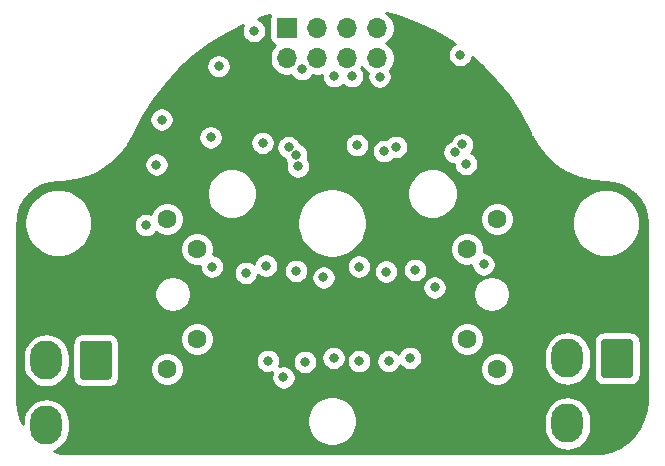
<source format=gbr>
%TF.GenerationSoftware,KiCad,Pcbnew,(5.1.9)-1*%
%TF.CreationDate,2021-11-07T13:18:06-07:00*%
%TF.ProjectId,dual_needle_gauge,6475616c-5f6e-4656-9564-6c655f676175,rev?*%
%TF.SameCoordinates,Original*%
%TF.FileFunction,Copper,L3,Inr*%
%TF.FilePolarity,Positive*%
%FSLAX46Y46*%
G04 Gerber Fmt 4.6, Leading zero omitted, Abs format (unit mm)*
G04 Created by KiCad (PCBNEW (5.1.9)-1) date 2021-11-07 13:18:06*
%MOMM*%
%LPD*%
G01*
G04 APERTURE LIST*
%TA.AperFunction,ComponentPad*%
%ADD10C,1.600000*%
%TD*%
%TA.AperFunction,ComponentPad*%
%ADD11O,2.700000X3.300000*%
%TD*%
%TA.AperFunction,ComponentPad*%
%ADD12O,1.700000X1.700000*%
%TD*%
%TA.AperFunction,ComponentPad*%
%ADD13R,1.700000X1.700000*%
%TD*%
%TA.AperFunction,ViaPad*%
%ADD14C,0.800000*%
%TD*%
%TA.AperFunction,Conductor*%
%ADD15C,0.254000*%
%TD*%
%TA.AperFunction,Conductor*%
%ADD16C,0.100000*%
%TD*%
G04 APERTURE END LIST*
D10*
%TO.N,/COIL8*%
%TO.C,M1*%
X193630417Y-128559283D03*
%TO.N,/COIL7*%
X193630417Y-120939283D03*
%TO.N,/COIL6*%
X170770417Y-128559283D03*
%TO.N,/COIL5*%
X170770417Y-120939283D03*
%TO.N,/COIL4*%
X196170417Y-131099283D03*
%TO.N,/COIL3*%
X196170417Y-118399283D03*
%TO.N,/COIL2*%
X168230417Y-131099283D03*
%TO.N,/COIL1*%
X168221841Y-118392866D03*
%TD*%
D11*
%TO.N,/DOUT*%
%TO.C,J3*%
X202121841Y-135709831D03*
%TO.N,/LEDGND*%
X206321841Y-135709831D03*
%TO.N,/LED+5V*%
X202121841Y-130209831D03*
%TA.AperFunction,ComponentPad*%
G36*
G01*
X207671841Y-128809832D02*
X207671841Y-131609830D01*
G75*
G02*
X207421840Y-131859831I-250001J0D01*
G01*
X205221842Y-131859831D01*
G75*
G02*
X204971841Y-131609830I0J250001D01*
G01*
X204971841Y-128809832D01*
G75*
G02*
X205221842Y-128559831I250001J0D01*
G01*
X207421840Y-128559831D01*
G75*
G02*
X207671841Y-128809832I0J-250001D01*
G01*
G37*
%TD.AperFunction*%
%TD*%
%TO.N,/DIN*%
%TO.C,J1*%
X157989341Y-135863176D03*
%TO.N,/LEDGND*%
X162189341Y-135863176D03*
%TO.N,/LED+5V*%
X157989341Y-130363176D03*
%TA.AperFunction,ComponentPad*%
G36*
G01*
X163539341Y-128963177D02*
X163539341Y-131763175D01*
G75*
G02*
X163289340Y-132013176I-250001J0D01*
G01*
X161089342Y-132013176D01*
G75*
G02*
X160839341Y-131763175I0J250001D01*
G01*
X160839341Y-128963177D01*
G75*
G02*
X161089342Y-128713176I250001J0D01*
G01*
X163289340Y-128713176D01*
G75*
G02*
X163539341Y-128963177I0J-250001D01*
G01*
G37*
%TD.AperFunction*%
%TD*%
D12*
%TO.N,/COIL7*%
%TO.C,J2*%
X186001841Y-104773176D03*
%TO.N,/COIL3*%
X186001841Y-102233176D03*
%TO.N,/COIL8*%
X183461841Y-104773176D03*
%TO.N,/COIL4*%
X183461841Y-102233176D03*
%TO.N,/COIL6*%
X180921841Y-104773176D03*
%TO.N,/COIL2*%
X180921841Y-102233176D03*
%TO.N,/COIL5*%
X178381841Y-104773176D03*
D13*
%TO.N,/COIL1*%
X178381841Y-102233176D03*
%TD*%
D14*
%TO.N,/LED+5V*%
X179296841Y-113954676D03*
X186593596Y-112665021D03*
X187601436Y-112303671D03*
X193218386Y-112091321D03*
X192564336Y-112745371D03*
X172019141Y-122426176D03*
X174883946Y-122964971D03*
X179157496Y-122793521D03*
X181460452Y-123348065D03*
X184461736Y-122435471D03*
X186760296Y-122848821D03*
X189236085Y-122714020D03*
X190867251Y-124202866D03*
X195023133Y-122244084D03*
X182364246Y-106315271D03*
X186212346Y-106353371D03*
X183861536Y-106303171D03*
X176600436Y-122359271D03*
X178511698Y-112314119D03*
X179159398Y-112961819D03*
X166431141Y-118920976D03*
X167764641Y-109992876D03*
X175575141Y-102474476D03*
X176305036Y-111954671D03*
X167317031Y-113790176D03*
X184284231Y-112141472D03*
X193520534Y-113742774D03*
X193037641Y-104506476D03*
X179626441Y-105725676D03*
X172590641Y-105471676D03*
X184490186Y-130439521D03*
X182327996Y-130164021D03*
X179883386Y-130506321D03*
X176756841Y-130413876D03*
X178078351Y-131822866D03*
X186976796Y-130442821D03*
X188781865Y-130159200D03*
X171909992Y-111485264D03*
%TO.N,/LEDGND*%
X182318841Y-115174476D03*
X185951041Y-118273276D03*
X188122741Y-118171676D03*
X190434141Y-118806676D03*
X192783641Y-117993876D03*
X170088741Y-118273276D03*
X168933041Y-122400776D03*
X188706941Y-114348976D03*
X196885741Y-116114276D03*
X196936541Y-114336276D03*
X196834941Y-112774176D03*
X189583241Y-108506976D03*
X175714841Y-108595876D03*
X174698841Y-107287776D03*
X188160841Y-106767076D03*
X163459341Y-118743176D03*
X163459341Y-120013176D03*
X163459341Y-121283176D03*
X163459341Y-122553176D03*
X163459341Y-123823176D03*
X162189341Y-123823176D03*
X162189341Y-122553176D03*
X162189341Y-121283176D03*
X162189341Y-120013176D03*
X162189341Y-118743176D03*
X160919341Y-123823176D03*
X159649341Y-123823176D03*
X159649341Y-122553176D03*
X160919341Y-122553176D03*
X202829341Y-122553176D03*
X204099341Y-122553176D03*
X205369341Y-122553176D03*
X206639341Y-122553176D03*
X206639341Y-123823176D03*
X205369341Y-123823176D03*
X204099341Y-123823176D03*
X202829341Y-123823176D03*
X174355941Y-118933676D03*
X176108541Y-117346176D03*
X166532741Y-117168376D03*
X202829341Y-125093176D03*
X204099341Y-125093176D03*
X205369341Y-125093176D03*
X206639341Y-125093176D03*
X172034856Y-113683149D03*
%TD*%
D15*
%TO.N,/LEDGND*%
X187736703Y-101209735D02*
X189302983Y-101784441D01*
X190810727Y-102498736D01*
X192247539Y-103346749D01*
X192570901Y-103579530D01*
X192547385Y-103589271D01*
X192377867Y-103702539D01*
X192233704Y-103846702D01*
X192120436Y-104016220D01*
X192042415Y-104204578D01*
X192002641Y-104404537D01*
X192002641Y-104608415D01*
X192042415Y-104808374D01*
X192120436Y-104996732D01*
X192233704Y-105166250D01*
X192377867Y-105310413D01*
X192547385Y-105423681D01*
X192735743Y-105501702D01*
X192935702Y-105541476D01*
X193139580Y-105541476D01*
X193339539Y-105501702D01*
X193527897Y-105423681D01*
X193697415Y-105310413D01*
X193841578Y-105166250D01*
X193954846Y-104996732D01*
X194032867Y-104808374D01*
X194051974Y-104712317D01*
X194861686Y-105414932D01*
X196017514Y-106618085D01*
X197059543Y-107921046D01*
X197979190Y-109313083D01*
X198774231Y-110792682D01*
X198947451Y-111164047D01*
X198949719Y-111168385D01*
X198950683Y-111170874D01*
X199075461Y-111430583D01*
X199092246Y-111459466D01*
X199107390Y-111489237D01*
X199627460Y-112339179D01*
X199673379Y-112402469D01*
X199688279Y-112423006D01*
X200334906Y-113181127D01*
X200399650Y-113245957D01*
X200408089Y-113254407D01*
X201165351Y-113902040D01*
X201249098Y-113962971D01*
X202098348Y-114484167D01*
X202127643Y-114499118D01*
X202190596Y-114531247D01*
X203110925Y-114913175D01*
X203158218Y-114928576D01*
X203209400Y-114945244D01*
X204178144Y-115178499D01*
X204275842Y-115194039D01*
X204280425Y-115194768D01*
X205267518Y-115273113D01*
X205293517Y-115275674D01*
X205337040Y-115275675D01*
X206042234Y-115344820D01*
X206689498Y-115540240D01*
X207286474Y-115857658D01*
X207810429Y-116284985D01*
X208241404Y-116805944D01*
X208562981Y-117400688D01*
X208762916Y-118046574D01*
X208836840Y-118749907D01*
X208836841Y-133800428D01*
X208764403Y-134612080D01*
X208557168Y-135369605D01*
X208219061Y-136078458D01*
X207760768Y-136716241D01*
X207196785Y-137262777D01*
X206544925Y-137700809D01*
X205825803Y-138016482D01*
X205057072Y-138201037D01*
X204392632Y-138249831D01*
X159996234Y-138249831D01*
X159184593Y-138177394D01*
X158660296Y-138033963D01*
X158752642Y-138005950D01*
X159097484Y-137821629D01*
X159399739Y-137573574D01*
X159647794Y-137271319D01*
X159832115Y-136926478D01*
X159945619Y-136552304D01*
X159974341Y-136260686D01*
X159974341Y-135465667D01*
X159957295Y-135292587D01*
X180056841Y-135292587D01*
X180056841Y-135713145D01*
X180138888Y-136125622D01*
X180299829Y-136514168D01*
X180533478Y-136863849D01*
X180830858Y-137161229D01*
X181180539Y-137394878D01*
X181569085Y-137555819D01*
X181981562Y-137637866D01*
X182402120Y-137637866D01*
X182814597Y-137555819D01*
X183203143Y-137394878D01*
X183552824Y-137161229D01*
X183850204Y-136863849D01*
X184083853Y-136514168D01*
X184244794Y-136125622D01*
X184326841Y-135713145D01*
X184326841Y-135312321D01*
X200136841Y-135312321D01*
X200136841Y-136107340D01*
X200165563Y-136398958D01*
X200279067Y-136773132D01*
X200463388Y-137117974D01*
X200711443Y-137420229D01*
X201013698Y-137668284D01*
X201358539Y-137852605D01*
X201732713Y-137966109D01*
X202121841Y-138004435D01*
X202510968Y-137966109D01*
X202885142Y-137852605D01*
X203229984Y-137668284D01*
X203532239Y-137420229D01*
X203780294Y-137117974D01*
X203964615Y-136773133D01*
X204078119Y-136398959D01*
X204106841Y-136107341D01*
X204106841Y-135312322D01*
X204078119Y-135020704D01*
X203964615Y-134646529D01*
X203780294Y-134301688D01*
X203532239Y-133999433D01*
X203229984Y-133751378D01*
X202885143Y-133567057D01*
X202510969Y-133453553D01*
X202121841Y-133415227D01*
X201732714Y-133453553D01*
X201358540Y-133567057D01*
X201013699Y-133751378D01*
X200711444Y-133999433D01*
X200463388Y-134301688D01*
X200279067Y-134646529D01*
X200165563Y-135020703D01*
X200136841Y-135312321D01*
X184326841Y-135312321D01*
X184326841Y-135292587D01*
X184244794Y-134880110D01*
X184083853Y-134491564D01*
X183850204Y-134141883D01*
X183552824Y-133844503D01*
X183203143Y-133610854D01*
X182814597Y-133449913D01*
X182402120Y-133367866D01*
X181981562Y-133367866D01*
X181569085Y-133449913D01*
X181180539Y-133610854D01*
X180830858Y-133844503D01*
X180533478Y-134141883D01*
X180299829Y-134491564D01*
X180138888Y-134880110D01*
X180056841Y-135292587D01*
X159957295Y-135292587D01*
X159945619Y-135174049D01*
X159832115Y-134799874D01*
X159647794Y-134455033D01*
X159399739Y-134152778D01*
X159097484Y-133904723D01*
X158752643Y-133720402D01*
X158378469Y-133606898D01*
X157989341Y-133568572D01*
X157600214Y-133606898D01*
X157226040Y-133720402D01*
X156881199Y-133904723D01*
X156578944Y-134152778D01*
X156330888Y-134455033D01*
X156146567Y-134799874D01*
X156033063Y-135174048D01*
X156004341Y-135465666D01*
X156004341Y-135749422D01*
X155780191Y-135238794D01*
X155595636Y-134470063D01*
X155546842Y-133805623D01*
X155546842Y-129965666D01*
X156004341Y-129965666D01*
X156004341Y-130760685D01*
X156033063Y-131052303D01*
X156146567Y-131426477D01*
X156330888Y-131771319D01*
X156578943Y-132073574D01*
X156881198Y-132321629D01*
X157226039Y-132505950D01*
X157600213Y-132619454D01*
X157989341Y-132657780D01*
X158378468Y-132619454D01*
X158752642Y-132505950D01*
X159097484Y-132321629D01*
X159399739Y-132073574D01*
X159647794Y-131771319D01*
X159832115Y-131426478D01*
X159945619Y-131052304D01*
X159974341Y-130760686D01*
X159974341Y-129965667D01*
X159945619Y-129674049D01*
X159832115Y-129299874D01*
X159652148Y-128963177D01*
X160201269Y-128963177D01*
X160201269Y-131763175D01*
X160218333Y-131936429D01*
X160268870Y-132103026D01*
X160350936Y-132256562D01*
X160461380Y-132391137D01*
X160595955Y-132501581D01*
X160749491Y-132583647D01*
X160916088Y-132634184D01*
X161089342Y-132651248D01*
X163289340Y-132651248D01*
X163462594Y-132634184D01*
X163629191Y-132583647D01*
X163782727Y-132501581D01*
X163917302Y-132391137D01*
X164027746Y-132256562D01*
X164109812Y-132103026D01*
X164160349Y-131936429D01*
X164177413Y-131763175D01*
X164177413Y-130957948D01*
X166795417Y-130957948D01*
X166795417Y-131240618D01*
X166850564Y-131517857D01*
X166958737Y-131779010D01*
X167115780Y-132014042D01*
X167315658Y-132213920D01*
X167550690Y-132370963D01*
X167811843Y-132479136D01*
X168089082Y-132534283D01*
X168371752Y-132534283D01*
X168648991Y-132479136D01*
X168910144Y-132370963D01*
X169145176Y-132213920D01*
X169345054Y-132014042D01*
X169502097Y-131779010D01*
X169610270Y-131517857D01*
X169665417Y-131240618D01*
X169665417Y-130957948D01*
X169610270Y-130680709D01*
X169502097Y-130419556D01*
X169430189Y-130311937D01*
X175721841Y-130311937D01*
X175721841Y-130515815D01*
X175761615Y-130715774D01*
X175839636Y-130904132D01*
X175952904Y-131073650D01*
X176097067Y-131217813D01*
X176266585Y-131331081D01*
X176454943Y-131409102D01*
X176654902Y-131448876D01*
X176858780Y-131448876D01*
X177058739Y-131409102D01*
X177144109Y-131373740D01*
X177083125Y-131520968D01*
X177043351Y-131720927D01*
X177043351Y-131924805D01*
X177083125Y-132124764D01*
X177161146Y-132313122D01*
X177274414Y-132482640D01*
X177418577Y-132626803D01*
X177588095Y-132740071D01*
X177776453Y-132818092D01*
X177976412Y-132857866D01*
X178180290Y-132857866D01*
X178380249Y-132818092D01*
X178568607Y-132740071D01*
X178738125Y-132626803D01*
X178882288Y-132482640D01*
X178995556Y-132313122D01*
X179073577Y-132124764D01*
X179113351Y-131924805D01*
X179113351Y-131720927D01*
X179073577Y-131520968D01*
X178995556Y-131332610D01*
X178882288Y-131163092D01*
X178738125Y-131018929D01*
X178568607Y-130905661D01*
X178380249Y-130827640D01*
X178180290Y-130787866D01*
X177976412Y-130787866D01*
X177776453Y-130827640D01*
X177691083Y-130863002D01*
X177752067Y-130715774D01*
X177791841Y-130515815D01*
X177791841Y-130404382D01*
X178848386Y-130404382D01*
X178848386Y-130608260D01*
X178888160Y-130808219D01*
X178966181Y-130996577D01*
X179079449Y-131166095D01*
X179223612Y-131310258D01*
X179393130Y-131423526D01*
X179581488Y-131501547D01*
X179781447Y-131541321D01*
X179985325Y-131541321D01*
X180185284Y-131501547D01*
X180373642Y-131423526D01*
X180543160Y-131310258D01*
X180687323Y-131166095D01*
X180800591Y-130996577D01*
X180878612Y-130808219D01*
X180918386Y-130608260D01*
X180918386Y-130404382D01*
X180878612Y-130204423D01*
X180819653Y-130062082D01*
X181292996Y-130062082D01*
X181292996Y-130265960D01*
X181332770Y-130465919D01*
X181410791Y-130654277D01*
X181524059Y-130823795D01*
X181668222Y-130967958D01*
X181837740Y-131081226D01*
X182026098Y-131159247D01*
X182226057Y-131199021D01*
X182429935Y-131199021D01*
X182629894Y-131159247D01*
X182818252Y-131081226D01*
X182987770Y-130967958D01*
X183131933Y-130823795D01*
X183245201Y-130654277D01*
X183323222Y-130465919D01*
X183348749Y-130337582D01*
X183455186Y-130337582D01*
X183455186Y-130541460D01*
X183494960Y-130741419D01*
X183572981Y-130929777D01*
X183686249Y-131099295D01*
X183830412Y-131243458D01*
X183999930Y-131356726D01*
X184188288Y-131434747D01*
X184388247Y-131474521D01*
X184592125Y-131474521D01*
X184792084Y-131434747D01*
X184980442Y-131356726D01*
X185149960Y-131243458D01*
X185294123Y-131099295D01*
X185407391Y-130929777D01*
X185485412Y-130741419D01*
X185525186Y-130541460D01*
X185525186Y-130340882D01*
X185941796Y-130340882D01*
X185941796Y-130544760D01*
X185981570Y-130744719D01*
X186059591Y-130933077D01*
X186172859Y-131102595D01*
X186317022Y-131246758D01*
X186486540Y-131360026D01*
X186674898Y-131438047D01*
X186874857Y-131477821D01*
X187078735Y-131477821D01*
X187278694Y-131438047D01*
X187467052Y-131360026D01*
X187636570Y-131246758D01*
X187780733Y-131102595D01*
X187894001Y-130933077D01*
X187955295Y-130785101D01*
X187977928Y-130818974D01*
X188122091Y-130963137D01*
X188291609Y-131076405D01*
X188479967Y-131154426D01*
X188679926Y-131194200D01*
X188883804Y-131194200D01*
X189083763Y-131154426D01*
X189272121Y-131076405D01*
X189441639Y-130963137D01*
X189446828Y-130957948D01*
X194735417Y-130957948D01*
X194735417Y-131240618D01*
X194790564Y-131517857D01*
X194898737Y-131779010D01*
X195055780Y-132014042D01*
X195255658Y-132213920D01*
X195490690Y-132370963D01*
X195751843Y-132479136D01*
X196029082Y-132534283D01*
X196311752Y-132534283D01*
X196588991Y-132479136D01*
X196850144Y-132370963D01*
X197085176Y-132213920D01*
X197285054Y-132014042D01*
X197442097Y-131779010D01*
X197550270Y-131517857D01*
X197605417Y-131240618D01*
X197605417Y-130957948D01*
X197550270Y-130680709D01*
X197442097Y-130419556D01*
X197285054Y-130184524D01*
X197085176Y-129984646D01*
X196850144Y-129827603D01*
X196813250Y-129812321D01*
X200136841Y-129812321D01*
X200136841Y-130607340D01*
X200165563Y-130898958D01*
X200279067Y-131273132D01*
X200463388Y-131617974D01*
X200711443Y-131920229D01*
X201013698Y-132168284D01*
X201358539Y-132352605D01*
X201732713Y-132466109D01*
X202121841Y-132504435D01*
X202510968Y-132466109D01*
X202885142Y-132352605D01*
X203229984Y-132168284D01*
X203532239Y-131920229D01*
X203780294Y-131617974D01*
X203964615Y-131273133D01*
X204078119Y-130898959D01*
X204106841Y-130607341D01*
X204106841Y-129812322D01*
X204078119Y-129520704D01*
X203964615Y-129146529D01*
X203784648Y-128809832D01*
X204333769Y-128809832D01*
X204333769Y-131609830D01*
X204350833Y-131783084D01*
X204401370Y-131949681D01*
X204483436Y-132103217D01*
X204593880Y-132237792D01*
X204728455Y-132348236D01*
X204881991Y-132430302D01*
X205048588Y-132480839D01*
X205221842Y-132497903D01*
X207421840Y-132497903D01*
X207595094Y-132480839D01*
X207761691Y-132430302D01*
X207915227Y-132348236D01*
X208049802Y-132237792D01*
X208160246Y-132103217D01*
X208242312Y-131949681D01*
X208292849Y-131783084D01*
X208309913Y-131609830D01*
X208309913Y-128809832D01*
X208292849Y-128636578D01*
X208242312Y-128469981D01*
X208160246Y-128316445D01*
X208049802Y-128181870D01*
X207915227Y-128071426D01*
X207761691Y-127989360D01*
X207595094Y-127938823D01*
X207421840Y-127921759D01*
X205221842Y-127921759D01*
X205048588Y-127938823D01*
X204881991Y-127989360D01*
X204728455Y-128071426D01*
X204593880Y-128181870D01*
X204483436Y-128316445D01*
X204401370Y-128469981D01*
X204350833Y-128636578D01*
X204333769Y-128809832D01*
X203784648Y-128809832D01*
X203780294Y-128801688D01*
X203532239Y-128499433D01*
X203229984Y-128251378D01*
X202885143Y-128067057D01*
X202510969Y-127953553D01*
X202121841Y-127915227D01*
X201732714Y-127953553D01*
X201358540Y-128067057D01*
X201013699Y-128251378D01*
X200711444Y-128499433D01*
X200463388Y-128801688D01*
X200279067Y-129146529D01*
X200165563Y-129520703D01*
X200136841Y-129812321D01*
X196813250Y-129812321D01*
X196588991Y-129719430D01*
X196311752Y-129664283D01*
X196029082Y-129664283D01*
X195751843Y-129719430D01*
X195490690Y-129827603D01*
X195255658Y-129984646D01*
X195055780Y-130184524D01*
X194898737Y-130419556D01*
X194790564Y-130680709D01*
X194735417Y-130957948D01*
X189446828Y-130957948D01*
X189585802Y-130818974D01*
X189699070Y-130649456D01*
X189777091Y-130461098D01*
X189816865Y-130261139D01*
X189816865Y-130057261D01*
X189777091Y-129857302D01*
X189699070Y-129668944D01*
X189585802Y-129499426D01*
X189441639Y-129355263D01*
X189272121Y-129241995D01*
X189083763Y-129163974D01*
X188883804Y-129124200D01*
X188679926Y-129124200D01*
X188479967Y-129163974D01*
X188291609Y-129241995D01*
X188122091Y-129355263D01*
X187977928Y-129499426D01*
X187864660Y-129668944D01*
X187803366Y-129816920D01*
X187780733Y-129783047D01*
X187636570Y-129638884D01*
X187467052Y-129525616D01*
X187278694Y-129447595D01*
X187078735Y-129407821D01*
X186874857Y-129407821D01*
X186674898Y-129447595D01*
X186486540Y-129525616D01*
X186317022Y-129638884D01*
X186172859Y-129783047D01*
X186059591Y-129952565D01*
X185981570Y-130140923D01*
X185941796Y-130340882D01*
X185525186Y-130340882D01*
X185525186Y-130337582D01*
X185485412Y-130137623D01*
X185407391Y-129949265D01*
X185294123Y-129779747D01*
X185149960Y-129635584D01*
X184980442Y-129522316D01*
X184792084Y-129444295D01*
X184592125Y-129404521D01*
X184388247Y-129404521D01*
X184188288Y-129444295D01*
X183999930Y-129522316D01*
X183830412Y-129635584D01*
X183686249Y-129779747D01*
X183572981Y-129949265D01*
X183494960Y-130137623D01*
X183455186Y-130337582D01*
X183348749Y-130337582D01*
X183362996Y-130265960D01*
X183362996Y-130062082D01*
X183323222Y-129862123D01*
X183245201Y-129673765D01*
X183131933Y-129504247D01*
X182987770Y-129360084D01*
X182818252Y-129246816D01*
X182629894Y-129168795D01*
X182429935Y-129129021D01*
X182226057Y-129129021D01*
X182026098Y-129168795D01*
X181837740Y-129246816D01*
X181668222Y-129360084D01*
X181524059Y-129504247D01*
X181410791Y-129673765D01*
X181332770Y-129862123D01*
X181292996Y-130062082D01*
X180819653Y-130062082D01*
X180800591Y-130016065D01*
X180687323Y-129846547D01*
X180543160Y-129702384D01*
X180373642Y-129589116D01*
X180185284Y-129511095D01*
X179985325Y-129471321D01*
X179781447Y-129471321D01*
X179581488Y-129511095D01*
X179393130Y-129589116D01*
X179223612Y-129702384D01*
X179079449Y-129846547D01*
X178966181Y-130016065D01*
X178888160Y-130204423D01*
X178848386Y-130404382D01*
X177791841Y-130404382D01*
X177791841Y-130311937D01*
X177752067Y-130111978D01*
X177674046Y-129923620D01*
X177560778Y-129754102D01*
X177416615Y-129609939D01*
X177247097Y-129496671D01*
X177058739Y-129418650D01*
X176858780Y-129378876D01*
X176654902Y-129378876D01*
X176454943Y-129418650D01*
X176266585Y-129496671D01*
X176097067Y-129609939D01*
X175952904Y-129754102D01*
X175839636Y-129923620D01*
X175761615Y-130111978D01*
X175721841Y-130311937D01*
X169430189Y-130311937D01*
X169345054Y-130184524D01*
X169145176Y-129984646D01*
X168910144Y-129827603D01*
X168648991Y-129719430D01*
X168371752Y-129664283D01*
X168089082Y-129664283D01*
X167811843Y-129719430D01*
X167550690Y-129827603D01*
X167315658Y-129984646D01*
X167115780Y-130184524D01*
X166958737Y-130419556D01*
X166850564Y-130680709D01*
X166795417Y-130957948D01*
X164177413Y-130957948D01*
X164177413Y-128963177D01*
X164160349Y-128789923D01*
X164109812Y-128623326D01*
X164027746Y-128469790D01*
X163985200Y-128417948D01*
X169335417Y-128417948D01*
X169335417Y-128700618D01*
X169390564Y-128977857D01*
X169498737Y-129239010D01*
X169655780Y-129474042D01*
X169855658Y-129673920D01*
X170090690Y-129830963D01*
X170351843Y-129939136D01*
X170629082Y-129994283D01*
X170911752Y-129994283D01*
X171188991Y-129939136D01*
X171450144Y-129830963D01*
X171685176Y-129673920D01*
X171885054Y-129474042D01*
X172042097Y-129239010D01*
X172150270Y-128977857D01*
X172205417Y-128700618D01*
X172205417Y-128417948D01*
X192195417Y-128417948D01*
X192195417Y-128700618D01*
X192250564Y-128977857D01*
X192358737Y-129239010D01*
X192515780Y-129474042D01*
X192715658Y-129673920D01*
X192950690Y-129830963D01*
X193211843Y-129939136D01*
X193489082Y-129994283D01*
X193771752Y-129994283D01*
X194048991Y-129939136D01*
X194310144Y-129830963D01*
X194545176Y-129673920D01*
X194745054Y-129474042D01*
X194902097Y-129239010D01*
X195010270Y-128977857D01*
X195065417Y-128700618D01*
X195065417Y-128417948D01*
X195010270Y-128140709D01*
X194902097Y-127879556D01*
X194745054Y-127644524D01*
X194545176Y-127444646D01*
X194310144Y-127287603D01*
X194048991Y-127179430D01*
X193771752Y-127124283D01*
X193489082Y-127124283D01*
X193211843Y-127179430D01*
X192950690Y-127287603D01*
X192715658Y-127444646D01*
X192515780Y-127644524D01*
X192358737Y-127879556D01*
X192250564Y-128140709D01*
X192195417Y-128417948D01*
X172205417Y-128417948D01*
X172150270Y-128140709D01*
X172042097Y-127879556D01*
X171885054Y-127644524D01*
X171685176Y-127444646D01*
X171450144Y-127287603D01*
X171188991Y-127179430D01*
X170911752Y-127124283D01*
X170629082Y-127124283D01*
X170351843Y-127179430D01*
X170090690Y-127287603D01*
X169855658Y-127444646D01*
X169655780Y-127644524D01*
X169498737Y-127879556D01*
X169390564Y-128140709D01*
X169335417Y-128417948D01*
X163985200Y-128417948D01*
X163917302Y-128335215D01*
X163782727Y-128224771D01*
X163629191Y-128142705D01*
X163462594Y-128092168D01*
X163289340Y-128075104D01*
X161089342Y-128075104D01*
X160916088Y-128092168D01*
X160749491Y-128142705D01*
X160595955Y-128224771D01*
X160461380Y-128335215D01*
X160350936Y-128469790D01*
X160268870Y-128623326D01*
X160218333Y-128789923D01*
X160201269Y-128963177D01*
X159652148Y-128963177D01*
X159647794Y-128955033D01*
X159399739Y-128652778D01*
X159097484Y-128404723D01*
X158752643Y-128220402D01*
X158378469Y-128106898D01*
X157989341Y-128068572D01*
X157600214Y-128106898D01*
X157226040Y-128220402D01*
X156881199Y-128404723D01*
X156578944Y-128652778D01*
X156330888Y-128955033D01*
X156146567Y-129299874D01*
X156033063Y-129674048D01*
X156004341Y-129965666D01*
X155546842Y-129965666D01*
X155546842Y-124601682D01*
X167156841Y-124601682D01*
X167156841Y-124904050D01*
X167215830Y-125200609D01*
X167331542Y-125479961D01*
X167499529Y-125731371D01*
X167713336Y-125945178D01*
X167964746Y-126113165D01*
X168244098Y-126228877D01*
X168540657Y-126287866D01*
X168843025Y-126287866D01*
X169139584Y-126228877D01*
X169418936Y-126113165D01*
X169670346Y-125945178D01*
X169884153Y-125731371D01*
X170052140Y-125479961D01*
X170167852Y-125200609D01*
X170226841Y-124904050D01*
X170226841Y-124601682D01*
X170167852Y-124305123D01*
X170052140Y-124025771D01*
X169884153Y-123774361D01*
X169670346Y-123560554D01*
X169418936Y-123392567D01*
X169139584Y-123276855D01*
X168843025Y-123217866D01*
X168540657Y-123217866D01*
X168244098Y-123276855D01*
X167964746Y-123392567D01*
X167713336Y-123560554D01*
X167499529Y-123774361D01*
X167331542Y-124025771D01*
X167215830Y-124305123D01*
X167156841Y-124601682D01*
X155546842Y-124601682D01*
X155546842Y-118775445D01*
X155577867Y-118459028D01*
X156129341Y-118459028D01*
X156129341Y-119027324D01*
X156240210Y-119584699D01*
X156457687Y-120109736D01*
X156773415Y-120582256D01*
X157175261Y-120984102D01*
X157647781Y-121299830D01*
X158172818Y-121517307D01*
X158730193Y-121628176D01*
X159298489Y-121628176D01*
X159855864Y-121517307D01*
X160380901Y-121299830D01*
X160853421Y-120984102D01*
X161039575Y-120797948D01*
X169335417Y-120797948D01*
X169335417Y-121080618D01*
X169390564Y-121357857D01*
X169498737Y-121619010D01*
X169655780Y-121854042D01*
X169855658Y-122053920D01*
X170090690Y-122210963D01*
X170351843Y-122319136D01*
X170629082Y-122374283D01*
X170911752Y-122374283D01*
X170984141Y-122359884D01*
X170984141Y-122528115D01*
X171023915Y-122728074D01*
X171101936Y-122916432D01*
X171215204Y-123085950D01*
X171359367Y-123230113D01*
X171528885Y-123343381D01*
X171717243Y-123421402D01*
X171917202Y-123461176D01*
X172121080Y-123461176D01*
X172321039Y-123421402D01*
X172509397Y-123343381D01*
X172678915Y-123230113D01*
X172823078Y-123085950D01*
X172936346Y-122916432D01*
X172958465Y-122863032D01*
X173848946Y-122863032D01*
X173848946Y-123066910D01*
X173888720Y-123266869D01*
X173966741Y-123455227D01*
X174080009Y-123624745D01*
X174224172Y-123768908D01*
X174393690Y-123882176D01*
X174582048Y-123960197D01*
X174782007Y-123999971D01*
X174985885Y-123999971D01*
X175185844Y-123960197D01*
X175374202Y-123882176D01*
X175543720Y-123768908D01*
X175687883Y-123624745D01*
X175801151Y-123455227D01*
X175879172Y-123266869D01*
X175906572Y-123129118D01*
X175940662Y-123163208D01*
X176110180Y-123276476D01*
X176298538Y-123354497D01*
X176498497Y-123394271D01*
X176702375Y-123394271D01*
X176902334Y-123354497D01*
X177090692Y-123276476D01*
X177260210Y-123163208D01*
X177404373Y-123019045D01*
X177517641Y-122849527D01*
X177583064Y-122691582D01*
X178122496Y-122691582D01*
X178122496Y-122895460D01*
X178162270Y-123095419D01*
X178240291Y-123283777D01*
X178353559Y-123453295D01*
X178497722Y-123597458D01*
X178667240Y-123710726D01*
X178855598Y-123788747D01*
X179055557Y-123828521D01*
X179259435Y-123828521D01*
X179459394Y-123788747D01*
X179647752Y-123710726D01*
X179817270Y-123597458D01*
X179961433Y-123453295D01*
X180074701Y-123283777D01*
X180090296Y-123246126D01*
X180425452Y-123246126D01*
X180425452Y-123450004D01*
X180465226Y-123649963D01*
X180543247Y-123838321D01*
X180656515Y-124007839D01*
X180800678Y-124152002D01*
X180970196Y-124265270D01*
X181158554Y-124343291D01*
X181358513Y-124383065D01*
X181562391Y-124383065D01*
X181762350Y-124343291D01*
X181950708Y-124265270D01*
X182120226Y-124152002D01*
X182171301Y-124100927D01*
X189832251Y-124100927D01*
X189832251Y-124304805D01*
X189872025Y-124504764D01*
X189950046Y-124693122D01*
X190063314Y-124862640D01*
X190207477Y-125006803D01*
X190376995Y-125120071D01*
X190565353Y-125198092D01*
X190765312Y-125237866D01*
X190969190Y-125237866D01*
X191169149Y-125198092D01*
X191357507Y-125120071D01*
X191527025Y-125006803D01*
X191671188Y-124862640D01*
X191784456Y-124693122D01*
X191822331Y-124601682D01*
X194156841Y-124601682D01*
X194156841Y-124904050D01*
X194215830Y-125200609D01*
X194331542Y-125479961D01*
X194499529Y-125731371D01*
X194713336Y-125945178D01*
X194964746Y-126113165D01*
X195244098Y-126228877D01*
X195540657Y-126287866D01*
X195843025Y-126287866D01*
X196139584Y-126228877D01*
X196418936Y-126113165D01*
X196670346Y-125945178D01*
X196884153Y-125731371D01*
X197052140Y-125479961D01*
X197167852Y-125200609D01*
X197226841Y-124904050D01*
X197226841Y-124601682D01*
X197167852Y-124305123D01*
X197052140Y-124025771D01*
X196884153Y-123774361D01*
X196670346Y-123560554D01*
X196418936Y-123392567D01*
X196139584Y-123276855D01*
X195843025Y-123217866D01*
X195540657Y-123217866D01*
X195244098Y-123276855D01*
X194964746Y-123392567D01*
X194713336Y-123560554D01*
X194499529Y-123774361D01*
X194331542Y-124025771D01*
X194215830Y-124305123D01*
X194156841Y-124601682D01*
X191822331Y-124601682D01*
X191862477Y-124504764D01*
X191902251Y-124304805D01*
X191902251Y-124100927D01*
X191862477Y-123900968D01*
X191784456Y-123712610D01*
X191671188Y-123543092D01*
X191527025Y-123398929D01*
X191357507Y-123285661D01*
X191169149Y-123207640D01*
X190969190Y-123167866D01*
X190765312Y-123167866D01*
X190565353Y-123207640D01*
X190376995Y-123285661D01*
X190207477Y-123398929D01*
X190063314Y-123543092D01*
X189950046Y-123712610D01*
X189872025Y-123900968D01*
X189832251Y-124100927D01*
X182171301Y-124100927D01*
X182264389Y-124007839D01*
X182377657Y-123838321D01*
X182455678Y-123649963D01*
X182495452Y-123450004D01*
X182495452Y-123246126D01*
X182455678Y-123046167D01*
X182377657Y-122857809D01*
X182264389Y-122688291D01*
X182120226Y-122544128D01*
X181950708Y-122430860D01*
X181762350Y-122352839D01*
X181665287Y-122333532D01*
X183426736Y-122333532D01*
X183426736Y-122537410D01*
X183466510Y-122737369D01*
X183544531Y-122925727D01*
X183657799Y-123095245D01*
X183801962Y-123239408D01*
X183971480Y-123352676D01*
X184159838Y-123430697D01*
X184359797Y-123470471D01*
X184563675Y-123470471D01*
X184763634Y-123430697D01*
X184951992Y-123352676D01*
X185121510Y-123239408D01*
X185265673Y-123095245D01*
X185378941Y-122925727D01*
X185453021Y-122746882D01*
X185725296Y-122746882D01*
X185725296Y-122950760D01*
X185765070Y-123150719D01*
X185843091Y-123339077D01*
X185956359Y-123508595D01*
X186100522Y-123652758D01*
X186270040Y-123766026D01*
X186458398Y-123844047D01*
X186658357Y-123883821D01*
X186862235Y-123883821D01*
X187062194Y-123844047D01*
X187250552Y-123766026D01*
X187420070Y-123652758D01*
X187564233Y-123508595D01*
X187677501Y-123339077D01*
X187755522Y-123150719D01*
X187795296Y-122950760D01*
X187795296Y-122746882D01*
X187768483Y-122612081D01*
X188201085Y-122612081D01*
X188201085Y-122815959D01*
X188240859Y-123015918D01*
X188318880Y-123204276D01*
X188432148Y-123373794D01*
X188576311Y-123517957D01*
X188745829Y-123631225D01*
X188934187Y-123709246D01*
X189134146Y-123749020D01*
X189338024Y-123749020D01*
X189537983Y-123709246D01*
X189726341Y-123631225D01*
X189895859Y-123517957D01*
X190040022Y-123373794D01*
X190153290Y-123204276D01*
X190231311Y-123015918D01*
X190271085Y-122815959D01*
X190271085Y-122612081D01*
X190231311Y-122412122D01*
X190153290Y-122223764D01*
X190040022Y-122054246D01*
X189895859Y-121910083D01*
X189726341Y-121796815D01*
X189537983Y-121718794D01*
X189338024Y-121679020D01*
X189134146Y-121679020D01*
X188934187Y-121718794D01*
X188745829Y-121796815D01*
X188576311Y-121910083D01*
X188432148Y-122054246D01*
X188318880Y-122223764D01*
X188240859Y-122412122D01*
X188201085Y-122612081D01*
X187768483Y-122612081D01*
X187755522Y-122546923D01*
X187677501Y-122358565D01*
X187564233Y-122189047D01*
X187420070Y-122044884D01*
X187250552Y-121931616D01*
X187062194Y-121853595D01*
X186862235Y-121813821D01*
X186658357Y-121813821D01*
X186458398Y-121853595D01*
X186270040Y-121931616D01*
X186100522Y-122044884D01*
X185956359Y-122189047D01*
X185843091Y-122358565D01*
X185765070Y-122546923D01*
X185725296Y-122746882D01*
X185453021Y-122746882D01*
X185456962Y-122737369D01*
X185496736Y-122537410D01*
X185496736Y-122333532D01*
X185456962Y-122133573D01*
X185378941Y-121945215D01*
X185265673Y-121775697D01*
X185121510Y-121631534D01*
X184951992Y-121518266D01*
X184763634Y-121440245D01*
X184563675Y-121400471D01*
X184359797Y-121400471D01*
X184159838Y-121440245D01*
X183971480Y-121518266D01*
X183801962Y-121631534D01*
X183657799Y-121775697D01*
X183544531Y-121945215D01*
X183466510Y-122133573D01*
X183426736Y-122333532D01*
X181665287Y-122333532D01*
X181562391Y-122313065D01*
X181358513Y-122313065D01*
X181158554Y-122352839D01*
X180970196Y-122430860D01*
X180800678Y-122544128D01*
X180656515Y-122688291D01*
X180543247Y-122857809D01*
X180465226Y-123046167D01*
X180425452Y-123246126D01*
X180090296Y-123246126D01*
X180152722Y-123095419D01*
X180192496Y-122895460D01*
X180192496Y-122691582D01*
X180152722Y-122491623D01*
X180074701Y-122303265D01*
X179961433Y-122133747D01*
X179817270Y-121989584D01*
X179647752Y-121876316D01*
X179459394Y-121798295D01*
X179259435Y-121758521D01*
X179055557Y-121758521D01*
X178855598Y-121798295D01*
X178667240Y-121876316D01*
X178497722Y-121989584D01*
X178353559Y-122133747D01*
X178240291Y-122303265D01*
X178162270Y-122491623D01*
X178122496Y-122691582D01*
X177583064Y-122691582D01*
X177595662Y-122661169D01*
X177635436Y-122461210D01*
X177635436Y-122257332D01*
X177595662Y-122057373D01*
X177517641Y-121869015D01*
X177404373Y-121699497D01*
X177260210Y-121555334D01*
X177090692Y-121442066D01*
X176902334Y-121364045D01*
X176702375Y-121324271D01*
X176498497Y-121324271D01*
X176298538Y-121364045D01*
X176110180Y-121442066D01*
X175940662Y-121555334D01*
X175796499Y-121699497D01*
X175683231Y-121869015D01*
X175605210Y-122057373D01*
X175577810Y-122195124D01*
X175543720Y-122161034D01*
X175374202Y-122047766D01*
X175185844Y-121969745D01*
X174985885Y-121929971D01*
X174782007Y-121929971D01*
X174582048Y-121969745D01*
X174393690Y-122047766D01*
X174224172Y-122161034D01*
X174080009Y-122305197D01*
X173966741Y-122474715D01*
X173888720Y-122663073D01*
X173848946Y-122863032D01*
X172958465Y-122863032D01*
X173014367Y-122728074D01*
X173054141Y-122528115D01*
X173054141Y-122324237D01*
X173014367Y-122124278D01*
X172936346Y-121935920D01*
X172823078Y-121766402D01*
X172678915Y-121622239D01*
X172509397Y-121508971D01*
X172321039Y-121430950D01*
X172135297Y-121394004D01*
X172150270Y-121357857D01*
X172205417Y-121080618D01*
X172205417Y-120797948D01*
X172150270Y-120520709D01*
X172042097Y-120259556D01*
X171885054Y-120024524D01*
X171685176Y-119824646D01*
X171450144Y-119667603D01*
X171188991Y-119559430D01*
X170911752Y-119504283D01*
X170629082Y-119504283D01*
X170351843Y-119559430D01*
X170090690Y-119667603D01*
X169855658Y-119824646D01*
X169655780Y-120024524D01*
X169498737Y-120259556D01*
X169390564Y-120520709D01*
X169335417Y-120797948D01*
X161039575Y-120797948D01*
X161255267Y-120582256D01*
X161570995Y-120109736D01*
X161788472Y-119584699D01*
X161899341Y-119027324D01*
X161899341Y-118819037D01*
X165396141Y-118819037D01*
X165396141Y-119022915D01*
X165435915Y-119222874D01*
X165513936Y-119411232D01*
X165627204Y-119580750D01*
X165771367Y-119724913D01*
X165940885Y-119838181D01*
X166129243Y-119916202D01*
X166329202Y-119955976D01*
X166533080Y-119955976D01*
X166733039Y-119916202D01*
X166921397Y-119838181D01*
X167090915Y-119724913D01*
X167235078Y-119580750D01*
X167293257Y-119493678D01*
X167307082Y-119507503D01*
X167542114Y-119664546D01*
X167803267Y-119772719D01*
X168080506Y-119827866D01*
X168363176Y-119827866D01*
X168640415Y-119772719D01*
X168901568Y-119664546D01*
X169136600Y-119507503D01*
X169336478Y-119307625D01*
X169493521Y-119072593D01*
X169601694Y-118811440D01*
X169656841Y-118534201D01*
X169656841Y-118463794D01*
X179256841Y-118463794D01*
X179256841Y-119041938D01*
X179369632Y-119608974D01*
X179590878Y-120143110D01*
X179912078Y-120623819D01*
X180320888Y-121032629D01*
X180801597Y-121353829D01*
X181335733Y-121575075D01*
X181902769Y-121687866D01*
X182480913Y-121687866D01*
X183047949Y-121575075D01*
X183582085Y-121353829D01*
X184062794Y-121032629D01*
X184297475Y-120797948D01*
X192195417Y-120797948D01*
X192195417Y-121080618D01*
X192250564Y-121357857D01*
X192358737Y-121619010D01*
X192515780Y-121854042D01*
X192715658Y-122053920D01*
X192950690Y-122210963D01*
X193211843Y-122319136D01*
X193489082Y-122374283D01*
X193771752Y-122374283D01*
X193988133Y-122331242D01*
X193988133Y-122346023D01*
X194027907Y-122545982D01*
X194105928Y-122734340D01*
X194219196Y-122903858D01*
X194363359Y-123048021D01*
X194532877Y-123161289D01*
X194721235Y-123239310D01*
X194921194Y-123279084D01*
X195125072Y-123279084D01*
X195325031Y-123239310D01*
X195513389Y-123161289D01*
X195682907Y-123048021D01*
X195827070Y-122903858D01*
X195940338Y-122734340D01*
X196018359Y-122545982D01*
X196058133Y-122346023D01*
X196058133Y-122142145D01*
X196018359Y-121942186D01*
X195940338Y-121753828D01*
X195827070Y-121584310D01*
X195682907Y-121440147D01*
X195513389Y-121326879D01*
X195325031Y-121248858D01*
X195125072Y-121209084D01*
X195039863Y-121209084D01*
X195065417Y-121080618D01*
X195065417Y-120797948D01*
X195010270Y-120520709D01*
X194902097Y-120259556D01*
X194745054Y-120024524D01*
X194545176Y-119824646D01*
X194310144Y-119667603D01*
X194048991Y-119559430D01*
X193771752Y-119504283D01*
X193489082Y-119504283D01*
X193211843Y-119559430D01*
X192950690Y-119667603D01*
X192715658Y-119824646D01*
X192515780Y-120024524D01*
X192358737Y-120259556D01*
X192250564Y-120520709D01*
X192195417Y-120797948D01*
X184297475Y-120797948D01*
X184471604Y-120623819D01*
X184792804Y-120143110D01*
X185014050Y-119608974D01*
X185126841Y-119041938D01*
X185126841Y-118463794D01*
X185014050Y-117896758D01*
X184792804Y-117362622D01*
X184471604Y-116881913D01*
X184062794Y-116473103D01*
X183582085Y-116151903D01*
X183342315Y-116052587D01*
X188546841Y-116052587D01*
X188546841Y-116473145D01*
X188628888Y-116885622D01*
X188789829Y-117274168D01*
X189023478Y-117623849D01*
X189320858Y-117921229D01*
X189670539Y-118154878D01*
X190059085Y-118315819D01*
X190471562Y-118397866D01*
X190892120Y-118397866D01*
X191304597Y-118315819D01*
X191444309Y-118257948D01*
X194735417Y-118257948D01*
X194735417Y-118540618D01*
X194790564Y-118817857D01*
X194898737Y-119079010D01*
X195055780Y-119314042D01*
X195255658Y-119513920D01*
X195490690Y-119670963D01*
X195751843Y-119779136D01*
X196029082Y-119834283D01*
X196311752Y-119834283D01*
X196588991Y-119779136D01*
X196850144Y-119670963D01*
X197085176Y-119513920D01*
X197285054Y-119314042D01*
X197442097Y-119079010D01*
X197550270Y-118817857D01*
X197605417Y-118540618D01*
X197605417Y-118459028D01*
X202484341Y-118459028D01*
X202484341Y-119027324D01*
X202595210Y-119584699D01*
X202812687Y-120109736D01*
X203128415Y-120582256D01*
X203530261Y-120984102D01*
X204002781Y-121299830D01*
X204527818Y-121517307D01*
X205085193Y-121628176D01*
X205653489Y-121628176D01*
X206210864Y-121517307D01*
X206735901Y-121299830D01*
X207208421Y-120984102D01*
X207610267Y-120582256D01*
X207925995Y-120109736D01*
X208143472Y-119584699D01*
X208254341Y-119027324D01*
X208254341Y-118459028D01*
X208143472Y-117901653D01*
X207925995Y-117376616D01*
X207610267Y-116904096D01*
X207208421Y-116502250D01*
X206735901Y-116186522D01*
X206210864Y-115969045D01*
X205653489Y-115858176D01*
X205085193Y-115858176D01*
X204527818Y-115969045D01*
X204002781Y-116186522D01*
X203530261Y-116502250D01*
X203128415Y-116904096D01*
X202812687Y-117376616D01*
X202595210Y-117901653D01*
X202484341Y-118459028D01*
X197605417Y-118459028D01*
X197605417Y-118257948D01*
X197550270Y-117980709D01*
X197442097Y-117719556D01*
X197285054Y-117484524D01*
X197085176Y-117284646D01*
X196850144Y-117127603D01*
X196588991Y-117019430D01*
X196311752Y-116964283D01*
X196029082Y-116964283D01*
X195751843Y-117019430D01*
X195490690Y-117127603D01*
X195255658Y-117284646D01*
X195055780Y-117484524D01*
X194898737Y-117719556D01*
X194790564Y-117980709D01*
X194735417Y-118257948D01*
X191444309Y-118257948D01*
X191693143Y-118154878D01*
X192042824Y-117921229D01*
X192340204Y-117623849D01*
X192573853Y-117274168D01*
X192734794Y-116885622D01*
X192816841Y-116473145D01*
X192816841Y-116052587D01*
X192734794Y-115640110D01*
X192573853Y-115251564D01*
X192340204Y-114901883D01*
X192042824Y-114604503D01*
X191693143Y-114370854D01*
X191304597Y-114209913D01*
X190892120Y-114127866D01*
X190471562Y-114127866D01*
X190059085Y-114209913D01*
X189670539Y-114370854D01*
X189320858Y-114604503D01*
X189023478Y-114901883D01*
X188789829Y-115251564D01*
X188628888Y-115640110D01*
X188546841Y-116052587D01*
X183342315Y-116052587D01*
X183047949Y-115930657D01*
X182480913Y-115817866D01*
X181902769Y-115817866D01*
X181335733Y-115930657D01*
X180801597Y-116151903D01*
X180320888Y-116473103D01*
X179912078Y-116881913D01*
X179590878Y-117362622D01*
X179369632Y-117896758D01*
X179256841Y-118463794D01*
X169656841Y-118463794D01*
X169656841Y-118251531D01*
X169601694Y-117974292D01*
X169493521Y-117713139D01*
X169336478Y-117478107D01*
X169136600Y-117278229D01*
X168901568Y-117121186D01*
X168640415Y-117013013D01*
X168363176Y-116957866D01*
X168080506Y-116957866D01*
X167803267Y-117013013D01*
X167542114Y-117121186D01*
X167307082Y-117278229D01*
X167107204Y-117478107D01*
X166950161Y-117713139D01*
X166843195Y-117971378D01*
X166733039Y-117925750D01*
X166533080Y-117885976D01*
X166329202Y-117885976D01*
X166129243Y-117925750D01*
X165940885Y-118003771D01*
X165771367Y-118117039D01*
X165627204Y-118261202D01*
X165513936Y-118430720D01*
X165435915Y-118619078D01*
X165396141Y-118819037D01*
X161899341Y-118819037D01*
X161899341Y-118459028D01*
X161788472Y-117901653D01*
X161570995Y-117376616D01*
X161255267Y-116904096D01*
X160853421Y-116502250D01*
X160380901Y-116186522D01*
X160057553Y-116052587D01*
X171566841Y-116052587D01*
X171566841Y-116473145D01*
X171648888Y-116885622D01*
X171809829Y-117274168D01*
X172043478Y-117623849D01*
X172340858Y-117921229D01*
X172690539Y-118154878D01*
X173079085Y-118315819D01*
X173491562Y-118397866D01*
X173912120Y-118397866D01*
X174324597Y-118315819D01*
X174713143Y-118154878D01*
X175062824Y-117921229D01*
X175360204Y-117623849D01*
X175593853Y-117274168D01*
X175754794Y-116885622D01*
X175836841Y-116473145D01*
X175836841Y-116052587D01*
X175754794Y-115640110D01*
X175593853Y-115251564D01*
X175360204Y-114901883D01*
X175062824Y-114604503D01*
X174713143Y-114370854D01*
X174324597Y-114209913D01*
X173912120Y-114127866D01*
X173491562Y-114127866D01*
X173079085Y-114209913D01*
X172690539Y-114370854D01*
X172340858Y-114604503D01*
X172043478Y-114901883D01*
X171809829Y-115251564D01*
X171648888Y-115640110D01*
X171566841Y-116052587D01*
X160057553Y-116052587D01*
X159855864Y-115969045D01*
X159298489Y-115858176D01*
X158730193Y-115858176D01*
X158172818Y-115969045D01*
X157647781Y-116186522D01*
X157175261Y-116502250D01*
X156773415Y-116904096D01*
X156457687Y-117376616D01*
X156240210Y-117901653D01*
X156129341Y-118459028D01*
X155577867Y-118459028D01*
X155615984Y-118070283D01*
X155811403Y-117423021D01*
X156128824Y-116826040D01*
X156556151Y-116302087D01*
X157077108Y-115871112D01*
X157671854Y-115549535D01*
X158317739Y-115349600D01*
X159021063Y-115275677D01*
X159085937Y-115275677D01*
X159093403Y-115274942D01*
X159356547Y-115268970D01*
X159389780Y-115265594D01*
X159423150Y-115264079D01*
X160411940Y-115140919D01*
X160513391Y-115120094D01*
X161470740Y-114843769D01*
X161520206Y-114825176D01*
X161567683Y-114807331D01*
X162470020Y-114384646D01*
X162560071Y-114333490D01*
X163385176Y-113774852D01*
X163466115Y-113710239D01*
X163489626Y-113688237D01*
X166282031Y-113688237D01*
X166282031Y-113892115D01*
X166321805Y-114092074D01*
X166399826Y-114280432D01*
X166513094Y-114449950D01*
X166657257Y-114594113D01*
X166826775Y-114707381D01*
X167015133Y-114785402D01*
X167215092Y-114825176D01*
X167418970Y-114825176D01*
X167618929Y-114785402D01*
X167807287Y-114707381D01*
X167976805Y-114594113D01*
X168120968Y-114449950D01*
X168234236Y-114280432D01*
X168312257Y-114092074D01*
X168352031Y-113892115D01*
X168352031Y-113688237D01*
X168312257Y-113488278D01*
X168234236Y-113299920D01*
X168120968Y-113130402D01*
X167976805Y-112986239D01*
X167807287Y-112872971D01*
X167618929Y-112794950D01*
X167418970Y-112755176D01*
X167215092Y-112755176D01*
X167015133Y-112794950D01*
X166826775Y-112872971D01*
X166657257Y-112986239D01*
X166513094Y-113130402D01*
X166399826Y-113299920D01*
X166321805Y-113488278D01*
X166282031Y-113688237D01*
X163489626Y-113688237D01*
X164193671Y-113029404D01*
X164263506Y-112952925D01*
X164263507Y-112952923D01*
X164875598Y-112166659D01*
X164913190Y-112109647D01*
X164932610Y-112080196D01*
X165317303Y-111383325D01*
X170874992Y-111383325D01*
X170874992Y-111587203D01*
X170914766Y-111787162D01*
X170992787Y-111975520D01*
X171106055Y-112145038D01*
X171250218Y-112289201D01*
X171419736Y-112402469D01*
X171608094Y-112480490D01*
X171808053Y-112520264D01*
X172011931Y-112520264D01*
X172211890Y-112480490D01*
X172400248Y-112402469D01*
X172569766Y-112289201D01*
X172713929Y-112145038D01*
X172827197Y-111975520D01*
X172878057Y-111852732D01*
X175270036Y-111852732D01*
X175270036Y-112056610D01*
X175309810Y-112256569D01*
X175387831Y-112444927D01*
X175501099Y-112614445D01*
X175645262Y-112758608D01*
X175814780Y-112871876D01*
X176003138Y-112949897D01*
X176203097Y-112989671D01*
X176406975Y-112989671D01*
X176606934Y-112949897D01*
X176795292Y-112871876D01*
X176964810Y-112758608D01*
X177108973Y-112614445D01*
X177222241Y-112444927D01*
X177300262Y-112256569D01*
X177309091Y-112212180D01*
X177476698Y-112212180D01*
X177476698Y-112416058D01*
X177516472Y-112616017D01*
X177594493Y-112804375D01*
X177707761Y-112973893D01*
X177851924Y-113118056D01*
X178021442Y-113231324D01*
X178177536Y-113295981D01*
X178242193Y-113452075D01*
X178330195Y-113583780D01*
X178301615Y-113652778D01*
X178261841Y-113852737D01*
X178261841Y-114056615D01*
X178301615Y-114256574D01*
X178379636Y-114444932D01*
X178492904Y-114614450D01*
X178637067Y-114758613D01*
X178806585Y-114871881D01*
X178994943Y-114949902D01*
X179194902Y-114989676D01*
X179398780Y-114989676D01*
X179598739Y-114949902D01*
X179787097Y-114871881D01*
X179956615Y-114758613D01*
X180100778Y-114614450D01*
X180214046Y-114444932D01*
X180292067Y-114256574D01*
X180331841Y-114056615D01*
X180331841Y-113852737D01*
X180292067Y-113652778D01*
X180214046Y-113464420D01*
X180126044Y-113332715D01*
X180154624Y-113263717D01*
X180194398Y-113063758D01*
X180194398Y-112859880D01*
X180154624Y-112659921D01*
X180076603Y-112471563D01*
X179963335Y-112302045D01*
X179819172Y-112157882D01*
X179649654Y-112044614D01*
X179637388Y-112039533D01*
X183249231Y-112039533D01*
X183249231Y-112243411D01*
X183289005Y-112443370D01*
X183367026Y-112631728D01*
X183480294Y-112801246D01*
X183624457Y-112945409D01*
X183793975Y-113058677D01*
X183982333Y-113136698D01*
X184182292Y-113176472D01*
X184386170Y-113176472D01*
X184586129Y-113136698D01*
X184774487Y-113058677D01*
X184944005Y-112945409D01*
X185088168Y-112801246D01*
X185201436Y-112631728D01*
X185229870Y-112563082D01*
X185558596Y-112563082D01*
X185558596Y-112766960D01*
X185598370Y-112966919D01*
X185676391Y-113155277D01*
X185789659Y-113324795D01*
X185933822Y-113468958D01*
X186103340Y-113582226D01*
X186291698Y-113660247D01*
X186491657Y-113700021D01*
X186695535Y-113700021D01*
X186895494Y-113660247D01*
X187083852Y-113582226D01*
X187253370Y-113468958D01*
X187397533Y-113324795D01*
X187401311Y-113319141D01*
X187499497Y-113338671D01*
X187703375Y-113338671D01*
X187903334Y-113298897D01*
X188091692Y-113220876D01*
X188261210Y-113107608D01*
X188405373Y-112963445D01*
X188518641Y-112793927D01*
X188580978Y-112643432D01*
X191529336Y-112643432D01*
X191529336Y-112847310D01*
X191569110Y-113047269D01*
X191647131Y-113235627D01*
X191760399Y-113405145D01*
X191904562Y-113549308D01*
X192074080Y-113662576D01*
X192262438Y-113740597D01*
X192462397Y-113780371D01*
X192485534Y-113780371D01*
X192485534Y-113844713D01*
X192525308Y-114044672D01*
X192603329Y-114233030D01*
X192716597Y-114402548D01*
X192860760Y-114546711D01*
X193030278Y-114659979D01*
X193218636Y-114738000D01*
X193418595Y-114777774D01*
X193622473Y-114777774D01*
X193822432Y-114738000D01*
X194010790Y-114659979D01*
X194180308Y-114546711D01*
X194324471Y-114402548D01*
X194437739Y-114233030D01*
X194515760Y-114044672D01*
X194555534Y-113844713D01*
X194555534Y-113640835D01*
X194515760Y-113440876D01*
X194437739Y-113252518D01*
X194324471Y-113083000D01*
X194180308Y-112938837D01*
X194010790Y-112825569D01*
X193966284Y-112807134D01*
X194022323Y-112751095D01*
X194135591Y-112581577D01*
X194213612Y-112393219D01*
X194253386Y-112193260D01*
X194253386Y-111989382D01*
X194213612Y-111789423D01*
X194135591Y-111601065D01*
X194022323Y-111431547D01*
X193878160Y-111287384D01*
X193708642Y-111174116D01*
X193520284Y-111096095D01*
X193320325Y-111056321D01*
X193116447Y-111056321D01*
X192916488Y-111096095D01*
X192728130Y-111174116D01*
X192558612Y-111287384D01*
X192414449Y-111431547D01*
X192301181Y-111601065D01*
X192234664Y-111761649D01*
X192074080Y-111828166D01*
X191904562Y-111941434D01*
X191760399Y-112085597D01*
X191647131Y-112255115D01*
X191569110Y-112443473D01*
X191529336Y-112643432D01*
X188580978Y-112643432D01*
X188596662Y-112605569D01*
X188636436Y-112405610D01*
X188636436Y-112201732D01*
X188596662Y-112001773D01*
X188518641Y-111813415D01*
X188405373Y-111643897D01*
X188261210Y-111499734D01*
X188091692Y-111386466D01*
X187903334Y-111308445D01*
X187703375Y-111268671D01*
X187499497Y-111268671D01*
X187299538Y-111308445D01*
X187111180Y-111386466D01*
X186941662Y-111499734D01*
X186797499Y-111643897D01*
X186793721Y-111649551D01*
X186695535Y-111630021D01*
X186491657Y-111630021D01*
X186291698Y-111669795D01*
X186103340Y-111747816D01*
X185933822Y-111861084D01*
X185789659Y-112005247D01*
X185676391Y-112174765D01*
X185598370Y-112363123D01*
X185558596Y-112563082D01*
X185229870Y-112563082D01*
X185279457Y-112443370D01*
X185319231Y-112243411D01*
X185319231Y-112039533D01*
X185279457Y-111839574D01*
X185201436Y-111651216D01*
X185088168Y-111481698D01*
X184944005Y-111337535D01*
X184774487Y-111224267D01*
X184586129Y-111146246D01*
X184386170Y-111106472D01*
X184182292Y-111106472D01*
X183982333Y-111146246D01*
X183793975Y-111224267D01*
X183624457Y-111337535D01*
X183480294Y-111481698D01*
X183367026Y-111651216D01*
X183289005Y-111839574D01*
X183249231Y-112039533D01*
X179637388Y-112039533D01*
X179493560Y-111979957D01*
X179428903Y-111823863D01*
X179315635Y-111654345D01*
X179171472Y-111510182D01*
X179001954Y-111396914D01*
X178813596Y-111318893D01*
X178613637Y-111279119D01*
X178409759Y-111279119D01*
X178209800Y-111318893D01*
X178021442Y-111396914D01*
X177851924Y-111510182D01*
X177707761Y-111654345D01*
X177594493Y-111823863D01*
X177516472Y-112012221D01*
X177476698Y-112212180D01*
X177309091Y-112212180D01*
X177340036Y-112056610D01*
X177340036Y-111852732D01*
X177300262Y-111652773D01*
X177222241Y-111464415D01*
X177108973Y-111294897D01*
X176964810Y-111150734D01*
X176795292Y-111037466D01*
X176606934Y-110959445D01*
X176406975Y-110919671D01*
X176203097Y-110919671D01*
X176003138Y-110959445D01*
X175814780Y-111037466D01*
X175645262Y-111150734D01*
X175501099Y-111294897D01*
X175387831Y-111464415D01*
X175309810Y-111652773D01*
X175270036Y-111852732D01*
X172878057Y-111852732D01*
X172905218Y-111787162D01*
X172944992Y-111587203D01*
X172944992Y-111383325D01*
X172905218Y-111183366D01*
X172827197Y-110995008D01*
X172713929Y-110825490D01*
X172569766Y-110681327D01*
X172400248Y-110568059D01*
X172211890Y-110490038D01*
X172011931Y-110450264D01*
X171808053Y-110450264D01*
X171608094Y-110490038D01*
X171419736Y-110568059D01*
X171250218Y-110681327D01*
X171106055Y-110825490D01*
X170992787Y-110995008D01*
X170914766Y-111183366D01*
X170874992Y-111383325D01*
X165317303Y-111383325D01*
X165414167Y-111207856D01*
X165415557Y-111204791D01*
X165424691Y-111188003D01*
X166084133Y-109890937D01*
X166729641Y-109890937D01*
X166729641Y-110094815D01*
X166769415Y-110294774D01*
X166847436Y-110483132D01*
X166960704Y-110652650D01*
X167104867Y-110796813D01*
X167274385Y-110910081D01*
X167462743Y-110988102D01*
X167662702Y-111027876D01*
X167866580Y-111027876D01*
X168066539Y-110988102D01*
X168254897Y-110910081D01*
X168424415Y-110796813D01*
X168568578Y-110652650D01*
X168681846Y-110483132D01*
X168759867Y-110294774D01*
X168799641Y-110094815D01*
X168799641Y-109890937D01*
X168759867Y-109690978D01*
X168681846Y-109502620D01*
X168568578Y-109333102D01*
X168424415Y-109188939D01*
X168254897Y-109075671D01*
X168066539Y-108997650D01*
X167866580Y-108957876D01*
X167662702Y-108957876D01*
X167462743Y-108997650D01*
X167274385Y-109075671D01*
X167104867Y-109188939D01*
X166960704Y-109333102D01*
X166847436Y-109502620D01*
X166769415Y-109690978D01*
X166729641Y-109890937D01*
X166084133Y-109890937D01*
X166194391Y-109674071D01*
X167082184Y-108261510D01*
X168094353Y-106935217D01*
X169222554Y-105706127D01*
X169592881Y-105369737D01*
X171555641Y-105369737D01*
X171555641Y-105573615D01*
X171595415Y-105773574D01*
X171673436Y-105961932D01*
X171786704Y-106131450D01*
X171930867Y-106275613D01*
X172100385Y-106388881D01*
X172288743Y-106466902D01*
X172488702Y-106506676D01*
X172692580Y-106506676D01*
X172892539Y-106466902D01*
X173080897Y-106388881D01*
X173250415Y-106275613D01*
X173394578Y-106131450D01*
X173507846Y-105961932D01*
X173585867Y-105773574D01*
X173625641Y-105573615D01*
X173625641Y-105369737D01*
X173585867Y-105169778D01*
X173507846Y-104981420D01*
X173394578Y-104811902D01*
X173250415Y-104667739D01*
X173080897Y-104554471D01*
X172892539Y-104476450D01*
X172692580Y-104436676D01*
X172488702Y-104436676D01*
X172288743Y-104476450D01*
X172100385Y-104554471D01*
X171930867Y-104667739D01*
X171786704Y-104811902D01*
X171673436Y-104981420D01*
X171595415Y-105169778D01*
X171555641Y-105369737D01*
X169592881Y-105369737D01*
X170457511Y-104584343D01*
X171789064Y-103579098D01*
X173206239Y-102698676D01*
X174672119Y-101962994D01*
X174657936Y-101984220D01*
X174579915Y-102172578D01*
X174540141Y-102372537D01*
X174540141Y-102576415D01*
X174579915Y-102776374D01*
X174657936Y-102964732D01*
X174771204Y-103134250D01*
X174915367Y-103278413D01*
X175084885Y-103391681D01*
X175273243Y-103469702D01*
X175473202Y-103509476D01*
X175677080Y-103509476D01*
X175877039Y-103469702D01*
X176065397Y-103391681D01*
X176234915Y-103278413D01*
X176379078Y-103134250D01*
X176492346Y-102964732D01*
X176570367Y-102776374D01*
X176610141Y-102576415D01*
X176610141Y-102372537D01*
X176570367Y-102172578D01*
X176492346Y-101984220D01*
X176379078Y-101814702D01*
X176234915Y-101670539D01*
X176065397Y-101557271D01*
X175886405Y-101483130D01*
X176250184Y-101340195D01*
X176942690Y-101138339D01*
X176942339Y-101138996D01*
X176906029Y-101258694D01*
X176893769Y-101383176D01*
X176893769Y-103083176D01*
X176906029Y-103207658D01*
X176942339Y-103327356D01*
X177001304Y-103437670D01*
X177080656Y-103534361D01*
X177177347Y-103613713D01*
X177287661Y-103672678D01*
X177360221Y-103694689D01*
X177228366Y-103826544D01*
X177065851Y-104069765D01*
X176953909Y-104340018D01*
X176896841Y-104626916D01*
X176896841Y-104919436D01*
X176953909Y-105206334D01*
X177065851Y-105476587D01*
X177228366Y-105719808D01*
X177435209Y-105926651D01*
X177678430Y-106089166D01*
X177948683Y-106201108D01*
X178235581Y-106258176D01*
X178528101Y-106258176D01*
X178712901Y-106221417D01*
X178822504Y-106385450D01*
X178966667Y-106529613D01*
X179136185Y-106642881D01*
X179324543Y-106720902D01*
X179524502Y-106760676D01*
X179728380Y-106760676D01*
X179928339Y-106720902D01*
X180116697Y-106642881D01*
X180286215Y-106529613D01*
X180430378Y-106385450D01*
X180543646Y-106215932D01*
X180545135Y-106212337D01*
X180775581Y-106258176D01*
X181068101Y-106258176D01*
X181330717Y-106205938D01*
X181329246Y-106213332D01*
X181329246Y-106417210D01*
X181369020Y-106617169D01*
X181447041Y-106805527D01*
X181560309Y-106975045D01*
X181704472Y-107119208D01*
X181873990Y-107232476D01*
X182062348Y-107310497D01*
X182262307Y-107350271D01*
X182466185Y-107350271D01*
X182666144Y-107310497D01*
X182854502Y-107232476D01*
X183024020Y-107119208D01*
X183118941Y-107024287D01*
X183201762Y-107107108D01*
X183371280Y-107220376D01*
X183559638Y-107298397D01*
X183759597Y-107338171D01*
X183963475Y-107338171D01*
X184163434Y-107298397D01*
X184351792Y-107220376D01*
X184521310Y-107107108D01*
X184665473Y-106962945D01*
X184778741Y-106793427D01*
X184856762Y-106605069D01*
X184896536Y-106405110D01*
X184896536Y-106201232D01*
X184856762Y-106001273D01*
X184778741Y-105812915D01*
X184665923Y-105644070D01*
X184731841Y-105545416D01*
X184848366Y-105719808D01*
X185055209Y-105926651D01*
X185222517Y-106038443D01*
X185217120Y-106051473D01*
X185177346Y-106251432D01*
X185177346Y-106455310D01*
X185217120Y-106655269D01*
X185295141Y-106843627D01*
X185408409Y-107013145D01*
X185552572Y-107157308D01*
X185722090Y-107270576D01*
X185910448Y-107348597D01*
X186110407Y-107388371D01*
X186314285Y-107388371D01*
X186514244Y-107348597D01*
X186702602Y-107270576D01*
X186872120Y-107157308D01*
X187016283Y-107013145D01*
X187129551Y-106843627D01*
X187207572Y-106655269D01*
X187247346Y-106455310D01*
X187247346Y-106251432D01*
X187207572Y-106051473D01*
X187129551Y-105863115D01*
X187082470Y-105792654D01*
X187155316Y-105719808D01*
X187317831Y-105476587D01*
X187429773Y-105206334D01*
X187486841Y-104919436D01*
X187486841Y-104626916D01*
X187429773Y-104340018D01*
X187317831Y-104069765D01*
X187155316Y-103826544D01*
X186948473Y-103619701D01*
X186774081Y-103503176D01*
X186948473Y-103386651D01*
X187155316Y-103179808D01*
X187317831Y-102936587D01*
X187429773Y-102666334D01*
X187486841Y-102379436D01*
X187486841Y-102086916D01*
X187429773Y-101800018D01*
X187317831Y-101529765D01*
X187155316Y-101286544D01*
X186948473Y-101079701D01*
X186748002Y-100945751D01*
X187736703Y-101209735D01*
%TA.AperFunction,Conductor*%
D16*
G36*
X187736703Y-101209735D02*
G01*
X189302983Y-101784441D01*
X190810727Y-102498736D01*
X192247539Y-103346749D01*
X192570901Y-103579530D01*
X192547385Y-103589271D01*
X192377867Y-103702539D01*
X192233704Y-103846702D01*
X192120436Y-104016220D01*
X192042415Y-104204578D01*
X192002641Y-104404537D01*
X192002641Y-104608415D01*
X192042415Y-104808374D01*
X192120436Y-104996732D01*
X192233704Y-105166250D01*
X192377867Y-105310413D01*
X192547385Y-105423681D01*
X192735743Y-105501702D01*
X192935702Y-105541476D01*
X193139580Y-105541476D01*
X193339539Y-105501702D01*
X193527897Y-105423681D01*
X193697415Y-105310413D01*
X193841578Y-105166250D01*
X193954846Y-104996732D01*
X194032867Y-104808374D01*
X194051974Y-104712317D01*
X194861686Y-105414932D01*
X196017514Y-106618085D01*
X197059543Y-107921046D01*
X197979190Y-109313083D01*
X198774231Y-110792682D01*
X198947451Y-111164047D01*
X198949719Y-111168385D01*
X198950683Y-111170874D01*
X199075461Y-111430583D01*
X199092246Y-111459466D01*
X199107390Y-111489237D01*
X199627460Y-112339179D01*
X199673379Y-112402469D01*
X199688279Y-112423006D01*
X200334906Y-113181127D01*
X200399650Y-113245957D01*
X200408089Y-113254407D01*
X201165351Y-113902040D01*
X201249098Y-113962971D01*
X202098348Y-114484167D01*
X202127643Y-114499118D01*
X202190596Y-114531247D01*
X203110925Y-114913175D01*
X203158218Y-114928576D01*
X203209400Y-114945244D01*
X204178144Y-115178499D01*
X204275842Y-115194039D01*
X204280425Y-115194768D01*
X205267518Y-115273113D01*
X205293517Y-115275674D01*
X205337040Y-115275675D01*
X206042234Y-115344820D01*
X206689498Y-115540240D01*
X207286474Y-115857658D01*
X207810429Y-116284985D01*
X208241404Y-116805944D01*
X208562981Y-117400688D01*
X208762916Y-118046574D01*
X208836840Y-118749907D01*
X208836841Y-133800428D01*
X208764403Y-134612080D01*
X208557168Y-135369605D01*
X208219061Y-136078458D01*
X207760768Y-136716241D01*
X207196785Y-137262777D01*
X206544925Y-137700809D01*
X205825803Y-138016482D01*
X205057072Y-138201037D01*
X204392632Y-138249831D01*
X159996234Y-138249831D01*
X159184593Y-138177394D01*
X158660296Y-138033963D01*
X158752642Y-138005950D01*
X159097484Y-137821629D01*
X159399739Y-137573574D01*
X159647794Y-137271319D01*
X159832115Y-136926478D01*
X159945619Y-136552304D01*
X159974341Y-136260686D01*
X159974341Y-135465667D01*
X159957295Y-135292587D01*
X180056841Y-135292587D01*
X180056841Y-135713145D01*
X180138888Y-136125622D01*
X180299829Y-136514168D01*
X180533478Y-136863849D01*
X180830858Y-137161229D01*
X181180539Y-137394878D01*
X181569085Y-137555819D01*
X181981562Y-137637866D01*
X182402120Y-137637866D01*
X182814597Y-137555819D01*
X183203143Y-137394878D01*
X183552824Y-137161229D01*
X183850204Y-136863849D01*
X184083853Y-136514168D01*
X184244794Y-136125622D01*
X184326841Y-135713145D01*
X184326841Y-135312321D01*
X200136841Y-135312321D01*
X200136841Y-136107340D01*
X200165563Y-136398958D01*
X200279067Y-136773132D01*
X200463388Y-137117974D01*
X200711443Y-137420229D01*
X201013698Y-137668284D01*
X201358539Y-137852605D01*
X201732713Y-137966109D01*
X202121841Y-138004435D01*
X202510968Y-137966109D01*
X202885142Y-137852605D01*
X203229984Y-137668284D01*
X203532239Y-137420229D01*
X203780294Y-137117974D01*
X203964615Y-136773133D01*
X204078119Y-136398959D01*
X204106841Y-136107341D01*
X204106841Y-135312322D01*
X204078119Y-135020704D01*
X203964615Y-134646529D01*
X203780294Y-134301688D01*
X203532239Y-133999433D01*
X203229984Y-133751378D01*
X202885143Y-133567057D01*
X202510969Y-133453553D01*
X202121841Y-133415227D01*
X201732714Y-133453553D01*
X201358540Y-133567057D01*
X201013699Y-133751378D01*
X200711444Y-133999433D01*
X200463388Y-134301688D01*
X200279067Y-134646529D01*
X200165563Y-135020703D01*
X200136841Y-135312321D01*
X184326841Y-135312321D01*
X184326841Y-135292587D01*
X184244794Y-134880110D01*
X184083853Y-134491564D01*
X183850204Y-134141883D01*
X183552824Y-133844503D01*
X183203143Y-133610854D01*
X182814597Y-133449913D01*
X182402120Y-133367866D01*
X181981562Y-133367866D01*
X181569085Y-133449913D01*
X181180539Y-133610854D01*
X180830858Y-133844503D01*
X180533478Y-134141883D01*
X180299829Y-134491564D01*
X180138888Y-134880110D01*
X180056841Y-135292587D01*
X159957295Y-135292587D01*
X159945619Y-135174049D01*
X159832115Y-134799874D01*
X159647794Y-134455033D01*
X159399739Y-134152778D01*
X159097484Y-133904723D01*
X158752643Y-133720402D01*
X158378469Y-133606898D01*
X157989341Y-133568572D01*
X157600214Y-133606898D01*
X157226040Y-133720402D01*
X156881199Y-133904723D01*
X156578944Y-134152778D01*
X156330888Y-134455033D01*
X156146567Y-134799874D01*
X156033063Y-135174048D01*
X156004341Y-135465666D01*
X156004341Y-135749422D01*
X155780191Y-135238794D01*
X155595636Y-134470063D01*
X155546842Y-133805623D01*
X155546842Y-129965666D01*
X156004341Y-129965666D01*
X156004341Y-130760685D01*
X156033063Y-131052303D01*
X156146567Y-131426477D01*
X156330888Y-131771319D01*
X156578943Y-132073574D01*
X156881198Y-132321629D01*
X157226039Y-132505950D01*
X157600213Y-132619454D01*
X157989341Y-132657780D01*
X158378468Y-132619454D01*
X158752642Y-132505950D01*
X159097484Y-132321629D01*
X159399739Y-132073574D01*
X159647794Y-131771319D01*
X159832115Y-131426478D01*
X159945619Y-131052304D01*
X159974341Y-130760686D01*
X159974341Y-129965667D01*
X159945619Y-129674049D01*
X159832115Y-129299874D01*
X159652148Y-128963177D01*
X160201269Y-128963177D01*
X160201269Y-131763175D01*
X160218333Y-131936429D01*
X160268870Y-132103026D01*
X160350936Y-132256562D01*
X160461380Y-132391137D01*
X160595955Y-132501581D01*
X160749491Y-132583647D01*
X160916088Y-132634184D01*
X161089342Y-132651248D01*
X163289340Y-132651248D01*
X163462594Y-132634184D01*
X163629191Y-132583647D01*
X163782727Y-132501581D01*
X163917302Y-132391137D01*
X164027746Y-132256562D01*
X164109812Y-132103026D01*
X164160349Y-131936429D01*
X164177413Y-131763175D01*
X164177413Y-130957948D01*
X166795417Y-130957948D01*
X166795417Y-131240618D01*
X166850564Y-131517857D01*
X166958737Y-131779010D01*
X167115780Y-132014042D01*
X167315658Y-132213920D01*
X167550690Y-132370963D01*
X167811843Y-132479136D01*
X168089082Y-132534283D01*
X168371752Y-132534283D01*
X168648991Y-132479136D01*
X168910144Y-132370963D01*
X169145176Y-132213920D01*
X169345054Y-132014042D01*
X169502097Y-131779010D01*
X169610270Y-131517857D01*
X169665417Y-131240618D01*
X169665417Y-130957948D01*
X169610270Y-130680709D01*
X169502097Y-130419556D01*
X169430189Y-130311937D01*
X175721841Y-130311937D01*
X175721841Y-130515815D01*
X175761615Y-130715774D01*
X175839636Y-130904132D01*
X175952904Y-131073650D01*
X176097067Y-131217813D01*
X176266585Y-131331081D01*
X176454943Y-131409102D01*
X176654902Y-131448876D01*
X176858780Y-131448876D01*
X177058739Y-131409102D01*
X177144109Y-131373740D01*
X177083125Y-131520968D01*
X177043351Y-131720927D01*
X177043351Y-131924805D01*
X177083125Y-132124764D01*
X177161146Y-132313122D01*
X177274414Y-132482640D01*
X177418577Y-132626803D01*
X177588095Y-132740071D01*
X177776453Y-132818092D01*
X177976412Y-132857866D01*
X178180290Y-132857866D01*
X178380249Y-132818092D01*
X178568607Y-132740071D01*
X178738125Y-132626803D01*
X178882288Y-132482640D01*
X178995556Y-132313122D01*
X179073577Y-132124764D01*
X179113351Y-131924805D01*
X179113351Y-131720927D01*
X179073577Y-131520968D01*
X178995556Y-131332610D01*
X178882288Y-131163092D01*
X178738125Y-131018929D01*
X178568607Y-130905661D01*
X178380249Y-130827640D01*
X178180290Y-130787866D01*
X177976412Y-130787866D01*
X177776453Y-130827640D01*
X177691083Y-130863002D01*
X177752067Y-130715774D01*
X177791841Y-130515815D01*
X177791841Y-130404382D01*
X178848386Y-130404382D01*
X178848386Y-130608260D01*
X178888160Y-130808219D01*
X178966181Y-130996577D01*
X179079449Y-131166095D01*
X179223612Y-131310258D01*
X179393130Y-131423526D01*
X179581488Y-131501547D01*
X179781447Y-131541321D01*
X179985325Y-131541321D01*
X180185284Y-131501547D01*
X180373642Y-131423526D01*
X180543160Y-131310258D01*
X180687323Y-131166095D01*
X180800591Y-130996577D01*
X180878612Y-130808219D01*
X180918386Y-130608260D01*
X180918386Y-130404382D01*
X180878612Y-130204423D01*
X180819653Y-130062082D01*
X181292996Y-130062082D01*
X181292996Y-130265960D01*
X181332770Y-130465919D01*
X181410791Y-130654277D01*
X181524059Y-130823795D01*
X181668222Y-130967958D01*
X181837740Y-131081226D01*
X182026098Y-131159247D01*
X182226057Y-131199021D01*
X182429935Y-131199021D01*
X182629894Y-131159247D01*
X182818252Y-131081226D01*
X182987770Y-130967958D01*
X183131933Y-130823795D01*
X183245201Y-130654277D01*
X183323222Y-130465919D01*
X183348749Y-130337582D01*
X183455186Y-130337582D01*
X183455186Y-130541460D01*
X183494960Y-130741419D01*
X183572981Y-130929777D01*
X183686249Y-131099295D01*
X183830412Y-131243458D01*
X183999930Y-131356726D01*
X184188288Y-131434747D01*
X184388247Y-131474521D01*
X184592125Y-131474521D01*
X184792084Y-131434747D01*
X184980442Y-131356726D01*
X185149960Y-131243458D01*
X185294123Y-131099295D01*
X185407391Y-130929777D01*
X185485412Y-130741419D01*
X185525186Y-130541460D01*
X185525186Y-130340882D01*
X185941796Y-130340882D01*
X185941796Y-130544760D01*
X185981570Y-130744719D01*
X186059591Y-130933077D01*
X186172859Y-131102595D01*
X186317022Y-131246758D01*
X186486540Y-131360026D01*
X186674898Y-131438047D01*
X186874857Y-131477821D01*
X187078735Y-131477821D01*
X187278694Y-131438047D01*
X187467052Y-131360026D01*
X187636570Y-131246758D01*
X187780733Y-131102595D01*
X187894001Y-130933077D01*
X187955295Y-130785101D01*
X187977928Y-130818974D01*
X188122091Y-130963137D01*
X188291609Y-131076405D01*
X188479967Y-131154426D01*
X188679926Y-131194200D01*
X188883804Y-131194200D01*
X189083763Y-131154426D01*
X189272121Y-131076405D01*
X189441639Y-130963137D01*
X189446828Y-130957948D01*
X194735417Y-130957948D01*
X194735417Y-131240618D01*
X194790564Y-131517857D01*
X194898737Y-131779010D01*
X195055780Y-132014042D01*
X195255658Y-132213920D01*
X195490690Y-132370963D01*
X195751843Y-132479136D01*
X196029082Y-132534283D01*
X196311752Y-132534283D01*
X196588991Y-132479136D01*
X196850144Y-132370963D01*
X197085176Y-132213920D01*
X197285054Y-132014042D01*
X197442097Y-131779010D01*
X197550270Y-131517857D01*
X197605417Y-131240618D01*
X197605417Y-130957948D01*
X197550270Y-130680709D01*
X197442097Y-130419556D01*
X197285054Y-130184524D01*
X197085176Y-129984646D01*
X196850144Y-129827603D01*
X196813250Y-129812321D01*
X200136841Y-129812321D01*
X200136841Y-130607340D01*
X200165563Y-130898958D01*
X200279067Y-131273132D01*
X200463388Y-131617974D01*
X200711443Y-131920229D01*
X201013698Y-132168284D01*
X201358539Y-132352605D01*
X201732713Y-132466109D01*
X202121841Y-132504435D01*
X202510968Y-132466109D01*
X202885142Y-132352605D01*
X203229984Y-132168284D01*
X203532239Y-131920229D01*
X203780294Y-131617974D01*
X203964615Y-131273133D01*
X204078119Y-130898959D01*
X204106841Y-130607341D01*
X204106841Y-129812322D01*
X204078119Y-129520704D01*
X203964615Y-129146529D01*
X203784648Y-128809832D01*
X204333769Y-128809832D01*
X204333769Y-131609830D01*
X204350833Y-131783084D01*
X204401370Y-131949681D01*
X204483436Y-132103217D01*
X204593880Y-132237792D01*
X204728455Y-132348236D01*
X204881991Y-132430302D01*
X205048588Y-132480839D01*
X205221842Y-132497903D01*
X207421840Y-132497903D01*
X207595094Y-132480839D01*
X207761691Y-132430302D01*
X207915227Y-132348236D01*
X208049802Y-132237792D01*
X208160246Y-132103217D01*
X208242312Y-131949681D01*
X208292849Y-131783084D01*
X208309913Y-131609830D01*
X208309913Y-128809832D01*
X208292849Y-128636578D01*
X208242312Y-128469981D01*
X208160246Y-128316445D01*
X208049802Y-128181870D01*
X207915227Y-128071426D01*
X207761691Y-127989360D01*
X207595094Y-127938823D01*
X207421840Y-127921759D01*
X205221842Y-127921759D01*
X205048588Y-127938823D01*
X204881991Y-127989360D01*
X204728455Y-128071426D01*
X204593880Y-128181870D01*
X204483436Y-128316445D01*
X204401370Y-128469981D01*
X204350833Y-128636578D01*
X204333769Y-128809832D01*
X203784648Y-128809832D01*
X203780294Y-128801688D01*
X203532239Y-128499433D01*
X203229984Y-128251378D01*
X202885143Y-128067057D01*
X202510969Y-127953553D01*
X202121841Y-127915227D01*
X201732714Y-127953553D01*
X201358540Y-128067057D01*
X201013699Y-128251378D01*
X200711444Y-128499433D01*
X200463388Y-128801688D01*
X200279067Y-129146529D01*
X200165563Y-129520703D01*
X200136841Y-129812321D01*
X196813250Y-129812321D01*
X196588991Y-129719430D01*
X196311752Y-129664283D01*
X196029082Y-129664283D01*
X195751843Y-129719430D01*
X195490690Y-129827603D01*
X195255658Y-129984646D01*
X195055780Y-130184524D01*
X194898737Y-130419556D01*
X194790564Y-130680709D01*
X194735417Y-130957948D01*
X189446828Y-130957948D01*
X189585802Y-130818974D01*
X189699070Y-130649456D01*
X189777091Y-130461098D01*
X189816865Y-130261139D01*
X189816865Y-130057261D01*
X189777091Y-129857302D01*
X189699070Y-129668944D01*
X189585802Y-129499426D01*
X189441639Y-129355263D01*
X189272121Y-129241995D01*
X189083763Y-129163974D01*
X188883804Y-129124200D01*
X188679926Y-129124200D01*
X188479967Y-129163974D01*
X188291609Y-129241995D01*
X188122091Y-129355263D01*
X187977928Y-129499426D01*
X187864660Y-129668944D01*
X187803366Y-129816920D01*
X187780733Y-129783047D01*
X187636570Y-129638884D01*
X187467052Y-129525616D01*
X187278694Y-129447595D01*
X187078735Y-129407821D01*
X186874857Y-129407821D01*
X186674898Y-129447595D01*
X186486540Y-129525616D01*
X186317022Y-129638884D01*
X186172859Y-129783047D01*
X186059591Y-129952565D01*
X185981570Y-130140923D01*
X185941796Y-130340882D01*
X185525186Y-130340882D01*
X185525186Y-130337582D01*
X185485412Y-130137623D01*
X185407391Y-129949265D01*
X185294123Y-129779747D01*
X185149960Y-129635584D01*
X184980442Y-129522316D01*
X184792084Y-129444295D01*
X184592125Y-129404521D01*
X184388247Y-129404521D01*
X184188288Y-129444295D01*
X183999930Y-129522316D01*
X183830412Y-129635584D01*
X183686249Y-129779747D01*
X183572981Y-129949265D01*
X183494960Y-130137623D01*
X183455186Y-130337582D01*
X183348749Y-130337582D01*
X183362996Y-130265960D01*
X183362996Y-130062082D01*
X183323222Y-129862123D01*
X183245201Y-129673765D01*
X183131933Y-129504247D01*
X182987770Y-129360084D01*
X182818252Y-129246816D01*
X182629894Y-129168795D01*
X182429935Y-129129021D01*
X182226057Y-129129021D01*
X182026098Y-129168795D01*
X181837740Y-129246816D01*
X181668222Y-129360084D01*
X181524059Y-129504247D01*
X181410791Y-129673765D01*
X181332770Y-129862123D01*
X181292996Y-130062082D01*
X180819653Y-130062082D01*
X180800591Y-130016065D01*
X180687323Y-129846547D01*
X180543160Y-129702384D01*
X180373642Y-129589116D01*
X180185284Y-129511095D01*
X179985325Y-129471321D01*
X179781447Y-129471321D01*
X179581488Y-129511095D01*
X179393130Y-129589116D01*
X179223612Y-129702384D01*
X179079449Y-129846547D01*
X178966181Y-130016065D01*
X178888160Y-130204423D01*
X178848386Y-130404382D01*
X177791841Y-130404382D01*
X177791841Y-130311937D01*
X177752067Y-130111978D01*
X177674046Y-129923620D01*
X177560778Y-129754102D01*
X177416615Y-129609939D01*
X177247097Y-129496671D01*
X177058739Y-129418650D01*
X176858780Y-129378876D01*
X176654902Y-129378876D01*
X176454943Y-129418650D01*
X176266585Y-129496671D01*
X176097067Y-129609939D01*
X175952904Y-129754102D01*
X175839636Y-129923620D01*
X175761615Y-130111978D01*
X175721841Y-130311937D01*
X169430189Y-130311937D01*
X169345054Y-130184524D01*
X169145176Y-129984646D01*
X168910144Y-129827603D01*
X168648991Y-129719430D01*
X168371752Y-129664283D01*
X168089082Y-129664283D01*
X167811843Y-129719430D01*
X167550690Y-129827603D01*
X167315658Y-129984646D01*
X167115780Y-130184524D01*
X166958737Y-130419556D01*
X166850564Y-130680709D01*
X166795417Y-130957948D01*
X164177413Y-130957948D01*
X164177413Y-128963177D01*
X164160349Y-128789923D01*
X164109812Y-128623326D01*
X164027746Y-128469790D01*
X163985200Y-128417948D01*
X169335417Y-128417948D01*
X169335417Y-128700618D01*
X169390564Y-128977857D01*
X169498737Y-129239010D01*
X169655780Y-129474042D01*
X169855658Y-129673920D01*
X170090690Y-129830963D01*
X170351843Y-129939136D01*
X170629082Y-129994283D01*
X170911752Y-129994283D01*
X171188991Y-129939136D01*
X171450144Y-129830963D01*
X171685176Y-129673920D01*
X171885054Y-129474042D01*
X172042097Y-129239010D01*
X172150270Y-128977857D01*
X172205417Y-128700618D01*
X172205417Y-128417948D01*
X192195417Y-128417948D01*
X192195417Y-128700618D01*
X192250564Y-128977857D01*
X192358737Y-129239010D01*
X192515780Y-129474042D01*
X192715658Y-129673920D01*
X192950690Y-129830963D01*
X193211843Y-129939136D01*
X193489082Y-129994283D01*
X193771752Y-129994283D01*
X194048991Y-129939136D01*
X194310144Y-129830963D01*
X194545176Y-129673920D01*
X194745054Y-129474042D01*
X194902097Y-129239010D01*
X195010270Y-128977857D01*
X195065417Y-128700618D01*
X195065417Y-128417948D01*
X195010270Y-128140709D01*
X194902097Y-127879556D01*
X194745054Y-127644524D01*
X194545176Y-127444646D01*
X194310144Y-127287603D01*
X194048991Y-127179430D01*
X193771752Y-127124283D01*
X193489082Y-127124283D01*
X193211843Y-127179430D01*
X192950690Y-127287603D01*
X192715658Y-127444646D01*
X192515780Y-127644524D01*
X192358737Y-127879556D01*
X192250564Y-128140709D01*
X192195417Y-128417948D01*
X172205417Y-128417948D01*
X172150270Y-128140709D01*
X172042097Y-127879556D01*
X171885054Y-127644524D01*
X171685176Y-127444646D01*
X171450144Y-127287603D01*
X171188991Y-127179430D01*
X170911752Y-127124283D01*
X170629082Y-127124283D01*
X170351843Y-127179430D01*
X170090690Y-127287603D01*
X169855658Y-127444646D01*
X169655780Y-127644524D01*
X169498737Y-127879556D01*
X169390564Y-128140709D01*
X169335417Y-128417948D01*
X163985200Y-128417948D01*
X163917302Y-128335215D01*
X163782727Y-128224771D01*
X163629191Y-128142705D01*
X163462594Y-128092168D01*
X163289340Y-128075104D01*
X161089342Y-128075104D01*
X160916088Y-128092168D01*
X160749491Y-128142705D01*
X160595955Y-128224771D01*
X160461380Y-128335215D01*
X160350936Y-128469790D01*
X160268870Y-128623326D01*
X160218333Y-128789923D01*
X160201269Y-128963177D01*
X159652148Y-128963177D01*
X159647794Y-128955033D01*
X159399739Y-128652778D01*
X159097484Y-128404723D01*
X158752643Y-128220402D01*
X158378469Y-128106898D01*
X157989341Y-128068572D01*
X157600214Y-128106898D01*
X157226040Y-128220402D01*
X156881199Y-128404723D01*
X156578944Y-128652778D01*
X156330888Y-128955033D01*
X156146567Y-129299874D01*
X156033063Y-129674048D01*
X156004341Y-129965666D01*
X155546842Y-129965666D01*
X155546842Y-124601682D01*
X167156841Y-124601682D01*
X167156841Y-124904050D01*
X167215830Y-125200609D01*
X167331542Y-125479961D01*
X167499529Y-125731371D01*
X167713336Y-125945178D01*
X167964746Y-126113165D01*
X168244098Y-126228877D01*
X168540657Y-126287866D01*
X168843025Y-126287866D01*
X169139584Y-126228877D01*
X169418936Y-126113165D01*
X169670346Y-125945178D01*
X169884153Y-125731371D01*
X170052140Y-125479961D01*
X170167852Y-125200609D01*
X170226841Y-124904050D01*
X170226841Y-124601682D01*
X170167852Y-124305123D01*
X170052140Y-124025771D01*
X169884153Y-123774361D01*
X169670346Y-123560554D01*
X169418936Y-123392567D01*
X169139584Y-123276855D01*
X168843025Y-123217866D01*
X168540657Y-123217866D01*
X168244098Y-123276855D01*
X167964746Y-123392567D01*
X167713336Y-123560554D01*
X167499529Y-123774361D01*
X167331542Y-124025771D01*
X167215830Y-124305123D01*
X167156841Y-124601682D01*
X155546842Y-124601682D01*
X155546842Y-118775445D01*
X155577867Y-118459028D01*
X156129341Y-118459028D01*
X156129341Y-119027324D01*
X156240210Y-119584699D01*
X156457687Y-120109736D01*
X156773415Y-120582256D01*
X157175261Y-120984102D01*
X157647781Y-121299830D01*
X158172818Y-121517307D01*
X158730193Y-121628176D01*
X159298489Y-121628176D01*
X159855864Y-121517307D01*
X160380901Y-121299830D01*
X160853421Y-120984102D01*
X161039575Y-120797948D01*
X169335417Y-120797948D01*
X169335417Y-121080618D01*
X169390564Y-121357857D01*
X169498737Y-121619010D01*
X169655780Y-121854042D01*
X169855658Y-122053920D01*
X170090690Y-122210963D01*
X170351843Y-122319136D01*
X170629082Y-122374283D01*
X170911752Y-122374283D01*
X170984141Y-122359884D01*
X170984141Y-122528115D01*
X171023915Y-122728074D01*
X171101936Y-122916432D01*
X171215204Y-123085950D01*
X171359367Y-123230113D01*
X171528885Y-123343381D01*
X171717243Y-123421402D01*
X171917202Y-123461176D01*
X172121080Y-123461176D01*
X172321039Y-123421402D01*
X172509397Y-123343381D01*
X172678915Y-123230113D01*
X172823078Y-123085950D01*
X172936346Y-122916432D01*
X172958465Y-122863032D01*
X173848946Y-122863032D01*
X173848946Y-123066910D01*
X173888720Y-123266869D01*
X173966741Y-123455227D01*
X174080009Y-123624745D01*
X174224172Y-123768908D01*
X174393690Y-123882176D01*
X174582048Y-123960197D01*
X174782007Y-123999971D01*
X174985885Y-123999971D01*
X175185844Y-123960197D01*
X175374202Y-123882176D01*
X175543720Y-123768908D01*
X175687883Y-123624745D01*
X175801151Y-123455227D01*
X175879172Y-123266869D01*
X175906572Y-123129118D01*
X175940662Y-123163208D01*
X176110180Y-123276476D01*
X176298538Y-123354497D01*
X176498497Y-123394271D01*
X176702375Y-123394271D01*
X176902334Y-123354497D01*
X177090692Y-123276476D01*
X177260210Y-123163208D01*
X177404373Y-123019045D01*
X177517641Y-122849527D01*
X177583064Y-122691582D01*
X178122496Y-122691582D01*
X178122496Y-122895460D01*
X178162270Y-123095419D01*
X178240291Y-123283777D01*
X178353559Y-123453295D01*
X178497722Y-123597458D01*
X178667240Y-123710726D01*
X178855598Y-123788747D01*
X179055557Y-123828521D01*
X179259435Y-123828521D01*
X179459394Y-123788747D01*
X179647752Y-123710726D01*
X179817270Y-123597458D01*
X179961433Y-123453295D01*
X180074701Y-123283777D01*
X180090296Y-123246126D01*
X180425452Y-123246126D01*
X180425452Y-123450004D01*
X180465226Y-123649963D01*
X180543247Y-123838321D01*
X180656515Y-124007839D01*
X180800678Y-124152002D01*
X180970196Y-124265270D01*
X181158554Y-124343291D01*
X181358513Y-124383065D01*
X181562391Y-124383065D01*
X181762350Y-124343291D01*
X181950708Y-124265270D01*
X182120226Y-124152002D01*
X182171301Y-124100927D01*
X189832251Y-124100927D01*
X189832251Y-124304805D01*
X189872025Y-124504764D01*
X189950046Y-124693122D01*
X190063314Y-124862640D01*
X190207477Y-125006803D01*
X190376995Y-125120071D01*
X190565353Y-125198092D01*
X190765312Y-125237866D01*
X190969190Y-125237866D01*
X191169149Y-125198092D01*
X191357507Y-125120071D01*
X191527025Y-125006803D01*
X191671188Y-124862640D01*
X191784456Y-124693122D01*
X191822331Y-124601682D01*
X194156841Y-124601682D01*
X194156841Y-124904050D01*
X194215830Y-125200609D01*
X194331542Y-125479961D01*
X194499529Y-125731371D01*
X194713336Y-125945178D01*
X194964746Y-126113165D01*
X195244098Y-126228877D01*
X195540657Y-126287866D01*
X195843025Y-126287866D01*
X196139584Y-126228877D01*
X196418936Y-126113165D01*
X196670346Y-125945178D01*
X196884153Y-125731371D01*
X197052140Y-125479961D01*
X197167852Y-125200609D01*
X197226841Y-124904050D01*
X197226841Y-124601682D01*
X197167852Y-124305123D01*
X197052140Y-124025771D01*
X196884153Y-123774361D01*
X196670346Y-123560554D01*
X196418936Y-123392567D01*
X196139584Y-123276855D01*
X195843025Y-123217866D01*
X195540657Y-123217866D01*
X195244098Y-123276855D01*
X194964746Y-123392567D01*
X194713336Y-123560554D01*
X194499529Y-123774361D01*
X194331542Y-124025771D01*
X194215830Y-124305123D01*
X194156841Y-124601682D01*
X191822331Y-124601682D01*
X191862477Y-124504764D01*
X191902251Y-124304805D01*
X191902251Y-124100927D01*
X191862477Y-123900968D01*
X191784456Y-123712610D01*
X191671188Y-123543092D01*
X191527025Y-123398929D01*
X191357507Y-123285661D01*
X191169149Y-123207640D01*
X190969190Y-123167866D01*
X190765312Y-123167866D01*
X190565353Y-123207640D01*
X190376995Y-123285661D01*
X190207477Y-123398929D01*
X190063314Y-123543092D01*
X189950046Y-123712610D01*
X189872025Y-123900968D01*
X189832251Y-124100927D01*
X182171301Y-124100927D01*
X182264389Y-124007839D01*
X182377657Y-123838321D01*
X182455678Y-123649963D01*
X182495452Y-123450004D01*
X182495452Y-123246126D01*
X182455678Y-123046167D01*
X182377657Y-122857809D01*
X182264389Y-122688291D01*
X182120226Y-122544128D01*
X181950708Y-122430860D01*
X181762350Y-122352839D01*
X181665287Y-122333532D01*
X183426736Y-122333532D01*
X183426736Y-122537410D01*
X183466510Y-122737369D01*
X183544531Y-122925727D01*
X183657799Y-123095245D01*
X183801962Y-123239408D01*
X183971480Y-123352676D01*
X184159838Y-123430697D01*
X184359797Y-123470471D01*
X184563675Y-123470471D01*
X184763634Y-123430697D01*
X184951992Y-123352676D01*
X185121510Y-123239408D01*
X185265673Y-123095245D01*
X185378941Y-122925727D01*
X185453021Y-122746882D01*
X185725296Y-122746882D01*
X185725296Y-122950760D01*
X185765070Y-123150719D01*
X185843091Y-123339077D01*
X185956359Y-123508595D01*
X186100522Y-123652758D01*
X186270040Y-123766026D01*
X186458398Y-123844047D01*
X186658357Y-123883821D01*
X186862235Y-123883821D01*
X187062194Y-123844047D01*
X187250552Y-123766026D01*
X187420070Y-123652758D01*
X187564233Y-123508595D01*
X187677501Y-123339077D01*
X187755522Y-123150719D01*
X187795296Y-122950760D01*
X187795296Y-122746882D01*
X187768483Y-122612081D01*
X188201085Y-122612081D01*
X188201085Y-122815959D01*
X188240859Y-123015918D01*
X188318880Y-123204276D01*
X188432148Y-123373794D01*
X188576311Y-123517957D01*
X188745829Y-123631225D01*
X188934187Y-123709246D01*
X189134146Y-123749020D01*
X189338024Y-123749020D01*
X189537983Y-123709246D01*
X189726341Y-123631225D01*
X189895859Y-123517957D01*
X190040022Y-123373794D01*
X190153290Y-123204276D01*
X190231311Y-123015918D01*
X190271085Y-122815959D01*
X190271085Y-122612081D01*
X190231311Y-122412122D01*
X190153290Y-122223764D01*
X190040022Y-122054246D01*
X189895859Y-121910083D01*
X189726341Y-121796815D01*
X189537983Y-121718794D01*
X189338024Y-121679020D01*
X189134146Y-121679020D01*
X188934187Y-121718794D01*
X188745829Y-121796815D01*
X188576311Y-121910083D01*
X188432148Y-122054246D01*
X188318880Y-122223764D01*
X188240859Y-122412122D01*
X188201085Y-122612081D01*
X187768483Y-122612081D01*
X187755522Y-122546923D01*
X187677501Y-122358565D01*
X187564233Y-122189047D01*
X187420070Y-122044884D01*
X187250552Y-121931616D01*
X187062194Y-121853595D01*
X186862235Y-121813821D01*
X186658357Y-121813821D01*
X186458398Y-121853595D01*
X186270040Y-121931616D01*
X186100522Y-122044884D01*
X185956359Y-122189047D01*
X185843091Y-122358565D01*
X185765070Y-122546923D01*
X185725296Y-122746882D01*
X185453021Y-122746882D01*
X185456962Y-122737369D01*
X185496736Y-122537410D01*
X185496736Y-122333532D01*
X185456962Y-122133573D01*
X185378941Y-121945215D01*
X185265673Y-121775697D01*
X185121510Y-121631534D01*
X184951992Y-121518266D01*
X184763634Y-121440245D01*
X184563675Y-121400471D01*
X184359797Y-121400471D01*
X184159838Y-121440245D01*
X183971480Y-121518266D01*
X183801962Y-121631534D01*
X183657799Y-121775697D01*
X183544531Y-121945215D01*
X183466510Y-122133573D01*
X183426736Y-122333532D01*
X181665287Y-122333532D01*
X181562391Y-122313065D01*
X181358513Y-122313065D01*
X181158554Y-122352839D01*
X180970196Y-122430860D01*
X180800678Y-122544128D01*
X180656515Y-122688291D01*
X180543247Y-122857809D01*
X180465226Y-123046167D01*
X180425452Y-123246126D01*
X180090296Y-123246126D01*
X180152722Y-123095419D01*
X180192496Y-122895460D01*
X180192496Y-122691582D01*
X180152722Y-122491623D01*
X180074701Y-122303265D01*
X179961433Y-122133747D01*
X179817270Y-121989584D01*
X179647752Y-121876316D01*
X179459394Y-121798295D01*
X179259435Y-121758521D01*
X179055557Y-121758521D01*
X178855598Y-121798295D01*
X178667240Y-121876316D01*
X178497722Y-121989584D01*
X178353559Y-122133747D01*
X178240291Y-122303265D01*
X178162270Y-122491623D01*
X178122496Y-122691582D01*
X177583064Y-122691582D01*
X177595662Y-122661169D01*
X177635436Y-122461210D01*
X177635436Y-122257332D01*
X177595662Y-122057373D01*
X177517641Y-121869015D01*
X177404373Y-121699497D01*
X177260210Y-121555334D01*
X177090692Y-121442066D01*
X176902334Y-121364045D01*
X176702375Y-121324271D01*
X176498497Y-121324271D01*
X176298538Y-121364045D01*
X176110180Y-121442066D01*
X175940662Y-121555334D01*
X175796499Y-121699497D01*
X175683231Y-121869015D01*
X175605210Y-122057373D01*
X175577810Y-122195124D01*
X175543720Y-122161034D01*
X175374202Y-122047766D01*
X175185844Y-121969745D01*
X174985885Y-121929971D01*
X174782007Y-121929971D01*
X174582048Y-121969745D01*
X174393690Y-122047766D01*
X174224172Y-122161034D01*
X174080009Y-122305197D01*
X173966741Y-122474715D01*
X173888720Y-122663073D01*
X173848946Y-122863032D01*
X172958465Y-122863032D01*
X173014367Y-122728074D01*
X173054141Y-122528115D01*
X173054141Y-122324237D01*
X173014367Y-122124278D01*
X172936346Y-121935920D01*
X172823078Y-121766402D01*
X172678915Y-121622239D01*
X172509397Y-121508971D01*
X172321039Y-121430950D01*
X172135297Y-121394004D01*
X172150270Y-121357857D01*
X172205417Y-121080618D01*
X172205417Y-120797948D01*
X172150270Y-120520709D01*
X172042097Y-120259556D01*
X171885054Y-120024524D01*
X171685176Y-119824646D01*
X171450144Y-119667603D01*
X171188991Y-119559430D01*
X170911752Y-119504283D01*
X170629082Y-119504283D01*
X170351843Y-119559430D01*
X170090690Y-119667603D01*
X169855658Y-119824646D01*
X169655780Y-120024524D01*
X169498737Y-120259556D01*
X169390564Y-120520709D01*
X169335417Y-120797948D01*
X161039575Y-120797948D01*
X161255267Y-120582256D01*
X161570995Y-120109736D01*
X161788472Y-119584699D01*
X161899341Y-119027324D01*
X161899341Y-118819037D01*
X165396141Y-118819037D01*
X165396141Y-119022915D01*
X165435915Y-119222874D01*
X165513936Y-119411232D01*
X165627204Y-119580750D01*
X165771367Y-119724913D01*
X165940885Y-119838181D01*
X166129243Y-119916202D01*
X166329202Y-119955976D01*
X166533080Y-119955976D01*
X166733039Y-119916202D01*
X166921397Y-119838181D01*
X167090915Y-119724913D01*
X167235078Y-119580750D01*
X167293257Y-119493678D01*
X167307082Y-119507503D01*
X167542114Y-119664546D01*
X167803267Y-119772719D01*
X168080506Y-119827866D01*
X168363176Y-119827866D01*
X168640415Y-119772719D01*
X168901568Y-119664546D01*
X169136600Y-119507503D01*
X169336478Y-119307625D01*
X169493521Y-119072593D01*
X169601694Y-118811440D01*
X169656841Y-118534201D01*
X169656841Y-118463794D01*
X179256841Y-118463794D01*
X179256841Y-119041938D01*
X179369632Y-119608974D01*
X179590878Y-120143110D01*
X179912078Y-120623819D01*
X180320888Y-121032629D01*
X180801597Y-121353829D01*
X181335733Y-121575075D01*
X181902769Y-121687866D01*
X182480913Y-121687866D01*
X183047949Y-121575075D01*
X183582085Y-121353829D01*
X184062794Y-121032629D01*
X184297475Y-120797948D01*
X192195417Y-120797948D01*
X192195417Y-121080618D01*
X192250564Y-121357857D01*
X192358737Y-121619010D01*
X192515780Y-121854042D01*
X192715658Y-122053920D01*
X192950690Y-122210963D01*
X193211843Y-122319136D01*
X193489082Y-122374283D01*
X193771752Y-122374283D01*
X193988133Y-122331242D01*
X193988133Y-122346023D01*
X194027907Y-122545982D01*
X194105928Y-122734340D01*
X194219196Y-122903858D01*
X194363359Y-123048021D01*
X194532877Y-123161289D01*
X194721235Y-123239310D01*
X194921194Y-123279084D01*
X195125072Y-123279084D01*
X195325031Y-123239310D01*
X195513389Y-123161289D01*
X195682907Y-123048021D01*
X195827070Y-122903858D01*
X195940338Y-122734340D01*
X196018359Y-122545982D01*
X196058133Y-122346023D01*
X196058133Y-122142145D01*
X196018359Y-121942186D01*
X195940338Y-121753828D01*
X195827070Y-121584310D01*
X195682907Y-121440147D01*
X195513389Y-121326879D01*
X195325031Y-121248858D01*
X195125072Y-121209084D01*
X195039863Y-121209084D01*
X195065417Y-121080618D01*
X195065417Y-120797948D01*
X195010270Y-120520709D01*
X194902097Y-120259556D01*
X194745054Y-120024524D01*
X194545176Y-119824646D01*
X194310144Y-119667603D01*
X194048991Y-119559430D01*
X193771752Y-119504283D01*
X193489082Y-119504283D01*
X193211843Y-119559430D01*
X192950690Y-119667603D01*
X192715658Y-119824646D01*
X192515780Y-120024524D01*
X192358737Y-120259556D01*
X192250564Y-120520709D01*
X192195417Y-120797948D01*
X184297475Y-120797948D01*
X184471604Y-120623819D01*
X184792804Y-120143110D01*
X185014050Y-119608974D01*
X185126841Y-119041938D01*
X185126841Y-118463794D01*
X185014050Y-117896758D01*
X184792804Y-117362622D01*
X184471604Y-116881913D01*
X184062794Y-116473103D01*
X183582085Y-116151903D01*
X183342315Y-116052587D01*
X188546841Y-116052587D01*
X188546841Y-116473145D01*
X188628888Y-116885622D01*
X188789829Y-117274168D01*
X189023478Y-117623849D01*
X189320858Y-117921229D01*
X189670539Y-118154878D01*
X190059085Y-118315819D01*
X190471562Y-118397866D01*
X190892120Y-118397866D01*
X191304597Y-118315819D01*
X191444309Y-118257948D01*
X194735417Y-118257948D01*
X194735417Y-118540618D01*
X194790564Y-118817857D01*
X194898737Y-119079010D01*
X195055780Y-119314042D01*
X195255658Y-119513920D01*
X195490690Y-119670963D01*
X195751843Y-119779136D01*
X196029082Y-119834283D01*
X196311752Y-119834283D01*
X196588991Y-119779136D01*
X196850144Y-119670963D01*
X197085176Y-119513920D01*
X197285054Y-119314042D01*
X197442097Y-119079010D01*
X197550270Y-118817857D01*
X197605417Y-118540618D01*
X197605417Y-118459028D01*
X202484341Y-118459028D01*
X202484341Y-119027324D01*
X202595210Y-119584699D01*
X202812687Y-120109736D01*
X203128415Y-120582256D01*
X203530261Y-120984102D01*
X204002781Y-121299830D01*
X204527818Y-121517307D01*
X205085193Y-121628176D01*
X205653489Y-121628176D01*
X206210864Y-121517307D01*
X206735901Y-121299830D01*
X207208421Y-120984102D01*
X207610267Y-120582256D01*
X207925995Y-120109736D01*
X208143472Y-119584699D01*
X208254341Y-119027324D01*
X208254341Y-118459028D01*
X208143472Y-117901653D01*
X207925995Y-117376616D01*
X207610267Y-116904096D01*
X207208421Y-116502250D01*
X206735901Y-116186522D01*
X206210864Y-115969045D01*
X205653489Y-115858176D01*
X205085193Y-115858176D01*
X204527818Y-115969045D01*
X204002781Y-116186522D01*
X203530261Y-116502250D01*
X203128415Y-116904096D01*
X202812687Y-117376616D01*
X202595210Y-117901653D01*
X202484341Y-118459028D01*
X197605417Y-118459028D01*
X197605417Y-118257948D01*
X197550270Y-117980709D01*
X197442097Y-117719556D01*
X197285054Y-117484524D01*
X197085176Y-117284646D01*
X196850144Y-117127603D01*
X196588991Y-117019430D01*
X196311752Y-116964283D01*
X196029082Y-116964283D01*
X195751843Y-117019430D01*
X195490690Y-117127603D01*
X195255658Y-117284646D01*
X195055780Y-117484524D01*
X194898737Y-117719556D01*
X194790564Y-117980709D01*
X194735417Y-118257948D01*
X191444309Y-118257948D01*
X191693143Y-118154878D01*
X192042824Y-117921229D01*
X192340204Y-117623849D01*
X192573853Y-117274168D01*
X192734794Y-116885622D01*
X192816841Y-116473145D01*
X192816841Y-116052587D01*
X192734794Y-115640110D01*
X192573853Y-115251564D01*
X192340204Y-114901883D01*
X192042824Y-114604503D01*
X191693143Y-114370854D01*
X191304597Y-114209913D01*
X190892120Y-114127866D01*
X190471562Y-114127866D01*
X190059085Y-114209913D01*
X189670539Y-114370854D01*
X189320858Y-114604503D01*
X189023478Y-114901883D01*
X188789829Y-115251564D01*
X188628888Y-115640110D01*
X188546841Y-116052587D01*
X183342315Y-116052587D01*
X183047949Y-115930657D01*
X182480913Y-115817866D01*
X181902769Y-115817866D01*
X181335733Y-115930657D01*
X180801597Y-116151903D01*
X180320888Y-116473103D01*
X179912078Y-116881913D01*
X179590878Y-117362622D01*
X179369632Y-117896758D01*
X179256841Y-118463794D01*
X169656841Y-118463794D01*
X169656841Y-118251531D01*
X169601694Y-117974292D01*
X169493521Y-117713139D01*
X169336478Y-117478107D01*
X169136600Y-117278229D01*
X168901568Y-117121186D01*
X168640415Y-117013013D01*
X168363176Y-116957866D01*
X168080506Y-116957866D01*
X167803267Y-117013013D01*
X167542114Y-117121186D01*
X167307082Y-117278229D01*
X167107204Y-117478107D01*
X166950161Y-117713139D01*
X166843195Y-117971378D01*
X166733039Y-117925750D01*
X166533080Y-117885976D01*
X166329202Y-117885976D01*
X166129243Y-117925750D01*
X165940885Y-118003771D01*
X165771367Y-118117039D01*
X165627204Y-118261202D01*
X165513936Y-118430720D01*
X165435915Y-118619078D01*
X165396141Y-118819037D01*
X161899341Y-118819037D01*
X161899341Y-118459028D01*
X161788472Y-117901653D01*
X161570995Y-117376616D01*
X161255267Y-116904096D01*
X160853421Y-116502250D01*
X160380901Y-116186522D01*
X160057553Y-116052587D01*
X171566841Y-116052587D01*
X171566841Y-116473145D01*
X171648888Y-116885622D01*
X171809829Y-117274168D01*
X172043478Y-117623849D01*
X172340858Y-117921229D01*
X172690539Y-118154878D01*
X173079085Y-118315819D01*
X173491562Y-118397866D01*
X173912120Y-118397866D01*
X174324597Y-118315819D01*
X174713143Y-118154878D01*
X175062824Y-117921229D01*
X175360204Y-117623849D01*
X175593853Y-117274168D01*
X175754794Y-116885622D01*
X175836841Y-116473145D01*
X175836841Y-116052587D01*
X175754794Y-115640110D01*
X175593853Y-115251564D01*
X175360204Y-114901883D01*
X175062824Y-114604503D01*
X174713143Y-114370854D01*
X174324597Y-114209913D01*
X173912120Y-114127866D01*
X173491562Y-114127866D01*
X173079085Y-114209913D01*
X172690539Y-114370854D01*
X172340858Y-114604503D01*
X172043478Y-114901883D01*
X171809829Y-115251564D01*
X171648888Y-115640110D01*
X171566841Y-116052587D01*
X160057553Y-116052587D01*
X159855864Y-115969045D01*
X159298489Y-115858176D01*
X158730193Y-115858176D01*
X158172818Y-115969045D01*
X157647781Y-116186522D01*
X157175261Y-116502250D01*
X156773415Y-116904096D01*
X156457687Y-117376616D01*
X156240210Y-117901653D01*
X156129341Y-118459028D01*
X155577867Y-118459028D01*
X155615984Y-118070283D01*
X155811403Y-117423021D01*
X156128824Y-116826040D01*
X156556151Y-116302087D01*
X157077108Y-115871112D01*
X157671854Y-115549535D01*
X158317739Y-115349600D01*
X159021063Y-115275677D01*
X159085937Y-115275677D01*
X159093403Y-115274942D01*
X159356547Y-115268970D01*
X159389780Y-115265594D01*
X159423150Y-115264079D01*
X160411940Y-115140919D01*
X160513391Y-115120094D01*
X161470740Y-114843769D01*
X161520206Y-114825176D01*
X161567683Y-114807331D01*
X162470020Y-114384646D01*
X162560071Y-114333490D01*
X163385176Y-113774852D01*
X163466115Y-113710239D01*
X163489626Y-113688237D01*
X166282031Y-113688237D01*
X166282031Y-113892115D01*
X166321805Y-114092074D01*
X166399826Y-114280432D01*
X166513094Y-114449950D01*
X166657257Y-114594113D01*
X166826775Y-114707381D01*
X167015133Y-114785402D01*
X167215092Y-114825176D01*
X167418970Y-114825176D01*
X167618929Y-114785402D01*
X167807287Y-114707381D01*
X167976805Y-114594113D01*
X168120968Y-114449950D01*
X168234236Y-114280432D01*
X168312257Y-114092074D01*
X168352031Y-113892115D01*
X168352031Y-113688237D01*
X168312257Y-113488278D01*
X168234236Y-113299920D01*
X168120968Y-113130402D01*
X167976805Y-112986239D01*
X167807287Y-112872971D01*
X167618929Y-112794950D01*
X167418970Y-112755176D01*
X167215092Y-112755176D01*
X167015133Y-112794950D01*
X166826775Y-112872971D01*
X166657257Y-112986239D01*
X166513094Y-113130402D01*
X166399826Y-113299920D01*
X166321805Y-113488278D01*
X166282031Y-113688237D01*
X163489626Y-113688237D01*
X164193671Y-113029404D01*
X164263506Y-112952925D01*
X164263507Y-112952923D01*
X164875598Y-112166659D01*
X164913190Y-112109647D01*
X164932610Y-112080196D01*
X165317303Y-111383325D01*
X170874992Y-111383325D01*
X170874992Y-111587203D01*
X170914766Y-111787162D01*
X170992787Y-111975520D01*
X171106055Y-112145038D01*
X171250218Y-112289201D01*
X171419736Y-112402469D01*
X171608094Y-112480490D01*
X171808053Y-112520264D01*
X172011931Y-112520264D01*
X172211890Y-112480490D01*
X172400248Y-112402469D01*
X172569766Y-112289201D01*
X172713929Y-112145038D01*
X172827197Y-111975520D01*
X172878057Y-111852732D01*
X175270036Y-111852732D01*
X175270036Y-112056610D01*
X175309810Y-112256569D01*
X175387831Y-112444927D01*
X175501099Y-112614445D01*
X175645262Y-112758608D01*
X175814780Y-112871876D01*
X176003138Y-112949897D01*
X176203097Y-112989671D01*
X176406975Y-112989671D01*
X176606934Y-112949897D01*
X176795292Y-112871876D01*
X176964810Y-112758608D01*
X177108973Y-112614445D01*
X177222241Y-112444927D01*
X177300262Y-112256569D01*
X177309091Y-112212180D01*
X177476698Y-112212180D01*
X177476698Y-112416058D01*
X177516472Y-112616017D01*
X177594493Y-112804375D01*
X177707761Y-112973893D01*
X177851924Y-113118056D01*
X178021442Y-113231324D01*
X178177536Y-113295981D01*
X178242193Y-113452075D01*
X178330195Y-113583780D01*
X178301615Y-113652778D01*
X178261841Y-113852737D01*
X178261841Y-114056615D01*
X178301615Y-114256574D01*
X178379636Y-114444932D01*
X178492904Y-114614450D01*
X178637067Y-114758613D01*
X178806585Y-114871881D01*
X178994943Y-114949902D01*
X179194902Y-114989676D01*
X179398780Y-114989676D01*
X179598739Y-114949902D01*
X179787097Y-114871881D01*
X179956615Y-114758613D01*
X180100778Y-114614450D01*
X180214046Y-114444932D01*
X180292067Y-114256574D01*
X180331841Y-114056615D01*
X180331841Y-113852737D01*
X180292067Y-113652778D01*
X180214046Y-113464420D01*
X180126044Y-113332715D01*
X180154624Y-113263717D01*
X180194398Y-113063758D01*
X180194398Y-112859880D01*
X180154624Y-112659921D01*
X180076603Y-112471563D01*
X179963335Y-112302045D01*
X179819172Y-112157882D01*
X179649654Y-112044614D01*
X179637388Y-112039533D01*
X183249231Y-112039533D01*
X183249231Y-112243411D01*
X183289005Y-112443370D01*
X183367026Y-112631728D01*
X183480294Y-112801246D01*
X183624457Y-112945409D01*
X183793975Y-113058677D01*
X183982333Y-113136698D01*
X184182292Y-113176472D01*
X184386170Y-113176472D01*
X184586129Y-113136698D01*
X184774487Y-113058677D01*
X184944005Y-112945409D01*
X185088168Y-112801246D01*
X185201436Y-112631728D01*
X185229870Y-112563082D01*
X185558596Y-112563082D01*
X185558596Y-112766960D01*
X185598370Y-112966919D01*
X185676391Y-113155277D01*
X185789659Y-113324795D01*
X185933822Y-113468958D01*
X186103340Y-113582226D01*
X186291698Y-113660247D01*
X186491657Y-113700021D01*
X186695535Y-113700021D01*
X186895494Y-113660247D01*
X187083852Y-113582226D01*
X187253370Y-113468958D01*
X187397533Y-113324795D01*
X187401311Y-113319141D01*
X187499497Y-113338671D01*
X187703375Y-113338671D01*
X187903334Y-113298897D01*
X188091692Y-113220876D01*
X188261210Y-113107608D01*
X188405373Y-112963445D01*
X188518641Y-112793927D01*
X188580978Y-112643432D01*
X191529336Y-112643432D01*
X191529336Y-112847310D01*
X191569110Y-113047269D01*
X191647131Y-113235627D01*
X191760399Y-113405145D01*
X191904562Y-113549308D01*
X192074080Y-113662576D01*
X192262438Y-113740597D01*
X192462397Y-113780371D01*
X192485534Y-113780371D01*
X192485534Y-113844713D01*
X192525308Y-114044672D01*
X192603329Y-114233030D01*
X192716597Y-114402548D01*
X192860760Y-114546711D01*
X193030278Y-114659979D01*
X193218636Y-114738000D01*
X193418595Y-114777774D01*
X193622473Y-114777774D01*
X193822432Y-114738000D01*
X194010790Y-114659979D01*
X194180308Y-114546711D01*
X194324471Y-114402548D01*
X194437739Y-114233030D01*
X194515760Y-114044672D01*
X194555534Y-113844713D01*
X194555534Y-113640835D01*
X194515760Y-113440876D01*
X194437739Y-113252518D01*
X194324471Y-113083000D01*
X194180308Y-112938837D01*
X194010790Y-112825569D01*
X193966284Y-112807134D01*
X194022323Y-112751095D01*
X194135591Y-112581577D01*
X194213612Y-112393219D01*
X194253386Y-112193260D01*
X194253386Y-111989382D01*
X194213612Y-111789423D01*
X194135591Y-111601065D01*
X194022323Y-111431547D01*
X193878160Y-111287384D01*
X193708642Y-111174116D01*
X193520284Y-111096095D01*
X193320325Y-111056321D01*
X193116447Y-111056321D01*
X192916488Y-111096095D01*
X192728130Y-111174116D01*
X192558612Y-111287384D01*
X192414449Y-111431547D01*
X192301181Y-111601065D01*
X192234664Y-111761649D01*
X192074080Y-111828166D01*
X191904562Y-111941434D01*
X191760399Y-112085597D01*
X191647131Y-112255115D01*
X191569110Y-112443473D01*
X191529336Y-112643432D01*
X188580978Y-112643432D01*
X188596662Y-112605569D01*
X188636436Y-112405610D01*
X188636436Y-112201732D01*
X188596662Y-112001773D01*
X188518641Y-111813415D01*
X188405373Y-111643897D01*
X188261210Y-111499734D01*
X188091692Y-111386466D01*
X187903334Y-111308445D01*
X187703375Y-111268671D01*
X187499497Y-111268671D01*
X187299538Y-111308445D01*
X187111180Y-111386466D01*
X186941662Y-111499734D01*
X186797499Y-111643897D01*
X186793721Y-111649551D01*
X186695535Y-111630021D01*
X186491657Y-111630021D01*
X186291698Y-111669795D01*
X186103340Y-111747816D01*
X185933822Y-111861084D01*
X185789659Y-112005247D01*
X185676391Y-112174765D01*
X185598370Y-112363123D01*
X185558596Y-112563082D01*
X185229870Y-112563082D01*
X185279457Y-112443370D01*
X185319231Y-112243411D01*
X185319231Y-112039533D01*
X185279457Y-111839574D01*
X185201436Y-111651216D01*
X185088168Y-111481698D01*
X184944005Y-111337535D01*
X184774487Y-111224267D01*
X184586129Y-111146246D01*
X184386170Y-111106472D01*
X184182292Y-111106472D01*
X183982333Y-111146246D01*
X183793975Y-111224267D01*
X183624457Y-111337535D01*
X183480294Y-111481698D01*
X183367026Y-111651216D01*
X183289005Y-111839574D01*
X183249231Y-112039533D01*
X179637388Y-112039533D01*
X179493560Y-111979957D01*
X179428903Y-111823863D01*
X179315635Y-111654345D01*
X179171472Y-111510182D01*
X179001954Y-111396914D01*
X178813596Y-111318893D01*
X178613637Y-111279119D01*
X178409759Y-111279119D01*
X178209800Y-111318893D01*
X178021442Y-111396914D01*
X177851924Y-111510182D01*
X177707761Y-111654345D01*
X177594493Y-111823863D01*
X177516472Y-112012221D01*
X177476698Y-112212180D01*
X177309091Y-112212180D01*
X177340036Y-112056610D01*
X177340036Y-111852732D01*
X177300262Y-111652773D01*
X177222241Y-111464415D01*
X177108973Y-111294897D01*
X176964810Y-111150734D01*
X176795292Y-111037466D01*
X176606934Y-110959445D01*
X176406975Y-110919671D01*
X176203097Y-110919671D01*
X176003138Y-110959445D01*
X175814780Y-111037466D01*
X175645262Y-111150734D01*
X175501099Y-111294897D01*
X175387831Y-111464415D01*
X175309810Y-111652773D01*
X175270036Y-111852732D01*
X172878057Y-111852732D01*
X172905218Y-111787162D01*
X172944992Y-111587203D01*
X172944992Y-111383325D01*
X172905218Y-111183366D01*
X172827197Y-110995008D01*
X172713929Y-110825490D01*
X172569766Y-110681327D01*
X172400248Y-110568059D01*
X172211890Y-110490038D01*
X172011931Y-110450264D01*
X171808053Y-110450264D01*
X171608094Y-110490038D01*
X171419736Y-110568059D01*
X171250218Y-110681327D01*
X171106055Y-110825490D01*
X170992787Y-110995008D01*
X170914766Y-111183366D01*
X170874992Y-111383325D01*
X165317303Y-111383325D01*
X165414167Y-111207856D01*
X165415557Y-111204791D01*
X165424691Y-111188003D01*
X166084133Y-109890937D01*
X166729641Y-109890937D01*
X166729641Y-110094815D01*
X166769415Y-110294774D01*
X166847436Y-110483132D01*
X166960704Y-110652650D01*
X167104867Y-110796813D01*
X167274385Y-110910081D01*
X167462743Y-110988102D01*
X167662702Y-111027876D01*
X167866580Y-111027876D01*
X168066539Y-110988102D01*
X168254897Y-110910081D01*
X168424415Y-110796813D01*
X168568578Y-110652650D01*
X168681846Y-110483132D01*
X168759867Y-110294774D01*
X168799641Y-110094815D01*
X168799641Y-109890937D01*
X168759867Y-109690978D01*
X168681846Y-109502620D01*
X168568578Y-109333102D01*
X168424415Y-109188939D01*
X168254897Y-109075671D01*
X168066539Y-108997650D01*
X167866580Y-108957876D01*
X167662702Y-108957876D01*
X167462743Y-108997650D01*
X167274385Y-109075671D01*
X167104867Y-109188939D01*
X166960704Y-109333102D01*
X166847436Y-109502620D01*
X166769415Y-109690978D01*
X166729641Y-109890937D01*
X166084133Y-109890937D01*
X166194391Y-109674071D01*
X167082184Y-108261510D01*
X168094353Y-106935217D01*
X169222554Y-105706127D01*
X169592881Y-105369737D01*
X171555641Y-105369737D01*
X171555641Y-105573615D01*
X171595415Y-105773574D01*
X171673436Y-105961932D01*
X171786704Y-106131450D01*
X171930867Y-106275613D01*
X172100385Y-106388881D01*
X172288743Y-106466902D01*
X172488702Y-106506676D01*
X172692580Y-106506676D01*
X172892539Y-106466902D01*
X173080897Y-106388881D01*
X173250415Y-106275613D01*
X173394578Y-106131450D01*
X173507846Y-105961932D01*
X173585867Y-105773574D01*
X173625641Y-105573615D01*
X173625641Y-105369737D01*
X173585867Y-105169778D01*
X173507846Y-104981420D01*
X173394578Y-104811902D01*
X173250415Y-104667739D01*
X173080897Y-104554471D01*
X172892539Y-104476450D01*
X172692580Y-104436676D01*
X172488702Y-104436676D01*
X172288743Y-104476450D01*
X172100385Y-104554471D01*
X171930867Y-104667739D01*
X171786704Y-104811902D01*
X171673436Y-104981420D01*
X171595415Y-105169778D01*
X171555641Y-105369737D01*
X169592881Y-105369737D01*
X170457511Y-104584343D01*
X171789064Y-103579098D01*
X173206239Y-102698676D01*
X174672119Y-101962994D01*
X174657936Y-101984220D01*
X174579915Y-102172578D01*
X174540141Y-102372537D01*
X174540141Y-102576415D01*
X174579915Y-102776374D01*
X174657936Y-102964732D01*
X174771204Y-103134250D01*
X174915367Y-103278413D01*
X175084885Y-103391681D01*
X175273243Y-103469702D01*
X175473202Y-103509476D01*
X175677080Y-103509476D01*
X175877039Y-103469702D01*
X176065397Y-103391681D01*
X176234915Y-103278413D01*
X176379078Y-103134250D01*
X176492346Y-102964732D01*
X176570367Y-102776374D01*
X176610141Y-102576415D01*
X176610141Y-102372537D01*
X176570367Y-102172578D01*
X176492346Y-101984220D01*
X176379078Y-101814702D01*
X176234915Y-101670539D01*
X176065397Y-101557271D01*
X175886405Y-101483130D01*
X176250184Y-101340195D01*
X176942690Y-101138339D01*
X176942339Y-101138996D01*
X176906029Y-101258694D01*
X176893769Y-101383176D01*
X176893769Y-103083176D01*
X176906029Y-103207658D01*
X176942339Y-103327356D01*
X177001304Y-103437670D01*
X177080656Y-103534361D01*
X177177347Y-103613713D01*
X177287661Y-103672678D01*
X177360221Y-103694689D01*
X177228366Y-103826544D01*
X177065851Y-104069765D01*
X176953909Y-104340018D01*
X176896841Y-104626916D01*
X176896841Y-104919436D01*
X176953909Y-105206334D01*
X177065851Y-105476587D01*
X177228366Y-105719808D01*
X177435209Y-105926651D01*
X177678430Y-106089166D01*
X177948683Y-106201108D01*
X178235581Y-106258176D01*
X178528101Y-106258176D01*
X178712901Y-106221417D01*
X178822504Y-106385450D01*
X178966667Y-106529613D01*
X179136185Y-106642881D01*
X179324543Y-106720902D01*
X179524502Y-106760676D01*
X179728380Y-106760676D01*
X179928339Y-106720902D01*
X180116697Y-106642881D01*
X180286215Y-106529613D01*
X180430378Y-106385450D01*
X180543646Y-106215932D01*
X180545135Y-106212337D01*
X180775581Y-106258176D01*
X181068101Y-106258176D01*
X181330717Y-106205938D01*
X181329246Y-106213332D01*
X181329246Y-106417210D01*
X181369020Y-106617169D01*
X181447041Y-106805527D01*
X181560309Y-106975045D01*
X181704472Y-107119208D01*
X181873990Y-107232476D01*
X182062348Y-107310497D01*
X182262307Y-107350271D01*
X182466185Y-107350271D01*
X182666144Y-107310497D01*
X182854502Y-107232476D01*
X183024020Y-107119208D01*
X183118941Y-107024287D01*
X183201762Y-107107108D01*
X183371280Y-107220376D01*
X183559638Y-107298397D01*
X183759597Y-107338171D01*
X183963475Y-107338171D01*
X184163434Y-107298397D01*
X184351792Y-107220376D01*
X184521310Y-107107108D01*
X184665473Y-106962945D01*
X184778741Y-106793427D01*
X184856762Y-106605069D01*
X184896536Y-106405110D01*
X184896536Y-106201232D01*
X184856762Y-106001273D01*
X184778741Y-105812915D01*
X184665923Y-105644070D01*
X184731841Y-105545416D01*
X184848366Y-105719808D01*
X185055209Y-105926651D01*
X185222517Y-106038443D01*
X185217120Y-106051473D01*
X185177346Y-106251432D01*
X185177346Y-106455310D01*
X185217120Y-106655269D01*
X185295141Y-106843627D01*
X185408409Y-107013145D01*
X185552572Y-107157308D01*
X185722090Y-107270576D01*
X185910448Y-107348597D01*
X186110407Y-107388371D01*
X186314285Y-107388371D01*
X186514244Y-107348597D01*
X186702602Y-107270576D01*
X186872120Y-107157308D01*
X187016283Y-107013145D01*
X187129551Y-106843627D01*
X187207572Y-106655269D01*
X187247346Y-106455310D01*
X187247346Y-106251432D01*
X187207572Y-106051473D01*
X187129551Y-105863115D01*
X187082470Y-105792654D01*
X187155316Y-105719808D01*
X187317831Y-105476587D01*
X187429773Y-105206334D01*
X187486841Y-104919436D01*
X187486841Y-104626916D01*
X187429773Y-104340018D01*
X187317831Y-104069765D01*
X187155316Y-103826544D01*
X186948473Y-103619701D01*
X186774081Y-103503176D01*
X186948473Y-103386651D01*
X187155316Y-103179808D01*
X187317831Y-102936587D01*
X187429773Y-102666334D01*
X187486841Y-102379436D01*
X187486841Y-102086916D01*
X187429773Y-101800018D01*
X187317831Y-101529765D01*
X187155316Y-101286544D01*
X186948473Y-101079701D01*
X186748002Y-100945751D01*
X187736703Y-101209735D01*
G37*
%TD.AperFunction*%
%TD*%
M02*

</source>
